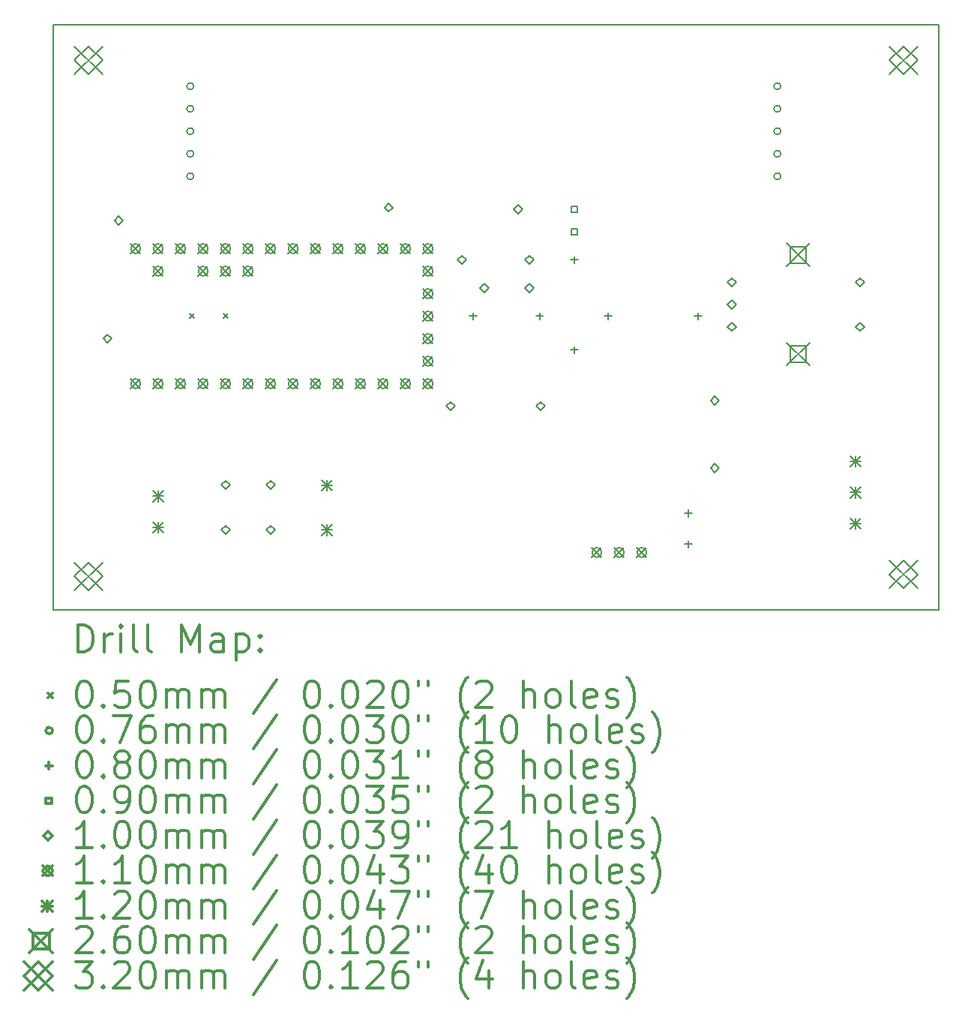
<source format=gbr>
%FSLAX45Y45*%
G04 Gerber Fmt 4.5, Leading zero omitted, Abs format (unit mm)*
G04 Created by KiCad (PCBNEW (5.1.7)-1) date 2020-10-06 18:46:49*
%MOMM*%
%LPD*%
G01*
G04 APERTURE LIST*
%TA.AperFunction,Profile*%
%ADD10C,0.150000*%
%TD*%
%ADD11C,0.200000*%
%ADD12C,0.300000*%
G04 APERTURE END LIST*
D10*
X5800000Y-13600000D02*
X5800000Y-7000000D01*
X15800000Y-13600000D02*
X5800000Y-13600000D01*
X15800000Y-7000000D02*
X15800000Y-13600000D01*
X5800000Y-7000000D02*
X15800000Y-7000000D01*
D11*
X7341000Y-10262000D02*
X7391000Y-10312000D01*
X7391000Y-10262000D02*
X7341000Y-10312000D01*
X7722000Y-10262000D02*
X7772000Y-10312000D01*
X7772000Y-10262000D02*
X7722000Y-10312000D01*
X7385300Y-7692000D02*
G75*
G03*
X7385300Y-7692000I-38100J0D01*
G01*
X7385300Y-7946000D02*
G75*
G03*
X7385300Y-7946000I-38100J0D01*
G01*
X7385300Y-8200000D02*
G75*
G03*
X7385300Y-8200000I-38100J0D01*
G01*
X7385300Y-8454000D02*
G75*
G03*
X7385300Y-8454000I-38100J0D01*
G01*
X7385300Y-8708000D02*
G75*
G03*
X7385300Y-8708000I-38100J0D01*
G01*
X14014700Y-7692000D02*
G75*
G03*
X14014700Y-7692000I-38100J0D01*
G01*
X14014700Y-7946000D02*
G75*
G03*
X14014700Y-7946000I-38100J0D01*
G01*
X14014700Y-8200000D02*
G75*
G03*
X14014700Y-8200000I-38100J0D01*
G01*
X14014700Y-8454000D02*
G75*
G03*
X14014700Y-8454000I-38100J0D01*
G01*
X14014700Y-8708000D02*
G75*
G03*
X14014700Y-8708000I-38100J0D01*
G01*
X10541000Y-10247000D02*
X10541000Y-10327000D01*
X10501000Y-10287000D02*
X10581000Y-10287000D01*
X11291000Y-10247000D02*
X11291000Y-10327000D01*
X11251000Y-10287000D02*
X11331000Y-10287000D01*
X12971500Y-12469500D02*
X12971500Y-12549500D01*
X12931500Y-12509500D02*
X13011500Y-12509500D01*
X12971500Y-12819500D02*
X12971500Y-12899500D01*
X12931500Y-12859500D02*
X13011500Y-12859500D01*
X11684000Y-9612000D02*
X11684000Y-9692000D01*
X11644000Y-9652000D02*
X11724000Y-9652000D01*
X11684000Y-10628000D02*
X11684000Y-10708000D01*
X11644000Y-10668000D02*
X11724000Y-10668000D01*
X12065000Y-10247000D02*
X12065000Y-10327000D01*
X12025000Y-10287000D02*
X12105000Y-10287000D01*
X13081000Y-10247000D02*
X13081000Y-10327000D01*
X13041000Y-10287000D02*
X13121000Y-10287000D01*
X11715820Y-9112320D02*
X11715820Y-9048680D01*
X11652180Y-9048680D01*
X11652180Y-9112320D01*
X11715820Y-9112320D01*
X11715820Y-9366320D02*
X11715820Y-9302680D01*
X11652180Y-9302680D01*
X11652180Y-9366320D01*
X11715820Y-9366320D01*
X6413500Y-10591000D02*
X6463500Y-10541000D01*
X6413500Y-10491000D01*
X6363500Y-10541000D01*
X6413500Y-10591000D01*
X6540500Y-9257500D02*
X6590500Y-9207500D01*
X6540500Y-9157500D01*
X6490500Y-9207500D01*
X6540500Y-9257500D01*
X9588500Y-9110000D02*
X9638500Y-9060000D01*
X9588500Y-9010000D01*
X9538500Y-9060000D01*
X9588500Y-9110000D01*
X10287000Y-11353000D02*
X10337000Y-11303000D01*
X10287000Y-11253000D01*
X10237000Y-11303000D01*
X10287000Y-11353000D01*
X10414001Y-9702000D02*
X10464001Y-9652000D01*
X10414001Y-9602000D01*
X10364001Y-9652000D01*
X10414001Y-9702000D01*
X10668000Y-10019500D02*
X10718000Y-9969500D01*
X10668000Y-9919500D01*
X10618000Y-9969500D01*
X10668000Y-10019500D01*
X11049000Y-9130500D02*
X11099000Y-9080500D01*
X11049000Y-9030500D01*
X10999000Y-9080500D01*
X11049000Y-9130500D01*
X11176000Y-9702000D02*
X11226000Y-9652000D01*
X11176000Y-9602000D01*
X11126000Y-9652000D01*
X11176000Y-9702000D01*
X11176000Y-10019500D02*
X11226000Y-9969500D01*
X11176000Y-9919500D01*
X11126000Y-9969500D01*
X11176000Y-10019500D01*
X11303000Y-11353000D02*
X11353000Y-11303000D01*
X11303000Y-11253000D01*
X11253000Y-11303000D01*
X11303000Y-11353000D01*
X13271500Y-11289500D02*
X13321500Y-11239500D01*
X13271500Y-11189500D01*
X13221500Y-11239500D01*
X13271500Y-11289500D01*
X13271500Y-12051500D02*
X13321500Y-12001500D01*
X13271500Y-11951500D01*
X13221500Y-12001500D01*
X13271500Y-12051500D01*
X7747000Y-12242000D02*
X7797000Y-12192000D01*
X7747000Y-12142000D01*
X7697000Y-12192000D01*
X7747000Y-12242000D01*
X7747000Y-12750000D02*
X7797000Y-12700000D01*
X7747000Y-12650000D01*
X7697000Y-12700000D01*
X7747000Y-12750000D01*
X8255000Y-12242000D02*
X8305000Y-12192000D01*
X8255000Y-12142000D01*
X8205000Y-12192000D01*
X8255000Y-12242000D01*
X8255000Y-12750000D02*
X8305000Y-12700000D01*
X8255000Y-12650000D01*
X8205000Y-12700000D01*
X8255000Y-12750000D01*
X13462000Y-9956000D02*
X13512000Y-9906000D01*
X13462000Y-9856000D01*
X13412000Y-9906000D01*
X13462000Y-9956000D01*
X13462000Y-10206000D02*
X13512000Y-10156000D01*
X13462000Y-10106000D01*
X13412000Y-10156000D01*
X13462000Y-10206000D01*
X13462000Y-10456000D02*
X13512000Y-10406000D01*
X13462000Y-10356000D01*
X13412000Y-10406000D01*
X13462000Y-10456000D01*
X14912000Y-9956000D02*
X14962000Y-9906000D01*
X14912000Y-9856000D01*
X14862000Y-9906000D01*
X14912000Y-9956000D01*
X14912000Y-10456000D02*
X14962000Y-10406000D01*
X14912000Y-10356000D01*
X14862000Y-10406000D01*
X14912000Y-10456000D01*
X6676000Y-9470000D02*
X6786000Y-9580000D01*
X6786000Y-9470000D02*
X6676000Y-9580000D01*
X6786000Y-9525000D02*
G75*
G03*
X6786000Y-9525000I-55000J0D01*
G01*
X6676000Y-10994000D02*
X6786000Y-11104000D01*
X6786000Y-10994000D02*
X6676000Y-11104000D01*
X6786000Y-11049000D02*
G75*
G03*
X6786000Y-11049000I-55000J0D01*
G01*
X6930000Y-9470000D02*
X7040000Y-9580000D01*
X7040000Y-9470000D02*
X6930000Y-9580000D01*
X7040000Y-9525000D02*
G75*
G03*
X7040000Y-9525000I-55000J0D01*
G01*
X6930000Y-9724000D02*
X7040000Y-9834000D01*
X7040000Y-9724000D02*
X6930000Y-9834000D01*
X7040000Y-9779000D02*
G75*
G03*
X7040000Y-9779000I-55000J0D01*
G01*
X6930000Y-10994000D02*
X7040000Y-11104000D01*
X7040000Y-10994000D02*
X6930000Y-11104000D01*
X7040000Y-11049000D02*
G75*
G03*
X7040000Y-11049000I-55000J0D01*
G01*
X7184000Y-9470000D02*
X7294000Y-9580000D01*
X7294000Y-9470000D02*
X7184000Y-9580000D01*
X7294000Y-9525000D02*
G75*
G03*
X7294000Y-9525000I-55000J0D01*
G01*
X7184000Y-10994000D02*
X7294000Y-11104000D01*
X7294000Y-10994000D02*
X7184000Y-11104000D01*
X7294000Y-11049000D02*
G75*
G03*
X7294000Y-11049000I-55000J0D01*
G01*
X7438000Y-9470000D02*
X7548000Y-9580000D01*
X7548000Y-9470000D02*
X7438000Y-9580000D01*
X7548000Y-9525000D02*
G75*
G03*
X7548000Y-9525000I-55000J0D01*
G01*
X7438000Y-9724000D02*
X7548000Y-9834000D01*
X7548000Y-9724000D02*
X7438000Y-9834000D01*
X7548000Y-9779000D02*
G75*
G03*
X7548000Y-9779000I-55000J0D01*
G01*
X7438000Y-10994000D02*
X7548000Y-11104000D01*
X7548000Y-10994000D02*
X7438000Y-11104000D01*
X7548000Y-11049000D02*
G75*
G03*
X7548000Y-11049000I-55000J0D01*
G01*
X7692000Y-9470000D02*
X7802000Y-9580000D01*
X7802000Y-9470000D02*
X7692000Y-9580000D01*
X7802000Y-9525000D02*
G75*
G03*
X7802000Y-9525000I-55000J0D01*
G01*
X7692000Y-9724000D02*
X7802000Y-9834000D01*
X7802000Y-9724000D02*
X7692000Y-9834000D01*
X7802000Y-9779000D02*
G75*
G03*
X7802000Y-9779000I-55000J0D01*
G01*
X7692000Y-10994000D02*
X7802000Y-11104000D01*
X7802000Y-10994000D02*
X7692000Y-11104000D01*
X7802000Y-11049000D02*
G75*
G03*
X7802000Y-11049000I-55000J0D01*
G01*
X7946000Y-9470000D02*
X8056000Y-9580000D01*
X8056000Y-9470000D02*
X7946000Y-9580000D01*
X8056000Y-9525000D02*
G75*
G03*
X8056000Y-9525000I-55000J0D01*
G01*
X7946000Y-9724000D02*
X8056000Y-9834000D01*
X8056000Y-9724000D02*
X7946000Y-9834000D01*
X8056000Y-9779000D02*
G75*
G03*
X8056000Y-9779000I-55000J0D01*
G01*
X7946000Y-10994000D02*
X8056000Y-11104000D01*
X8056000Y-10994000D02*
X7946000Y-11104000D01*
X8056000Y-11049000D02*
G75*
G03*
X8056000Y-11049000I-55000J0D01*
G01*
X8200000Y-9470000D02*
X8310000Y-9580000D01*
X8310000Y-9470000D02*
X8200000Y-9580000D01*
X8310000Y-9525000D02*
G75*
G03*
X8310000Y-9525000I-55000J0D01*
G01*
X8200000Y-10994000D02*
X8310000Y-11104000D01*
X8310000Y-10994000D02*
X8200000Y-11104000D01*
X8310000Y-11049000D02*
G75*
G03*
X8310000Y-11049000I-55000J0D01*
G01*
X8454000Y-9470000D02*
X8564000Y-9580000D01*
X8564000Y-9470000D02*
X8454000Y-9580000D01*
X8564000Y-9525000D02*
G75*
G03*
X8564000Y-9525000I-55000J0D01*
G01*
X8454000Y-10994000D02*
X8564000Y-11104000D01*
X8564000Y-10994000D02*
X8454000Y-11104000D01*
X8564000Y-11049000D02*
G75*
G03*
X8564000Y-11049000I-55000J0D01*
G01*
X8708000Y-9470000D02*
X8818000Y-9580000D01*
X8818000Y-9470000D02*
X8708000Y-9580000D01*
X8818000Y-9525000D02*
G75*
G03*
X8818000Y-9525000I-55000J0D01*
G01*
X8708000Y-10994000D02*
X8818000Y-11104000D01*
X8818000Y-10994000D02*
X8708000Y-11104000D01*
X8818000Y-11049000D02*
G75*
G03*
X8818000Y-11049000I-55000J0D01*
G01*
X8962000Y-9470000D02*
X9072000Y-9580000D01*
X9072000Y-9470000D02*
X8962000Y-9580000D01*
X9072000Y-9525000D02*
G75*
G03*
X9072000Y-9525000I-55000J0D01*
G01*
X8962000Y-10994000D02*
X9072000Y-11104000D01*
X9072000Y-10994000D02*
X8962000Y-11104000D01*
X9072000Y-11049000D02*
G75*
G03*
X9072000Y-11049000I-55000J0D01*
G01*
X9216000Y-9470000D02*
X9326000Y-9580000D01*
X9326000Y-9470000D02*
X9216000Y-9580000D01*
X9326000Y-9525000D02*
G75*
G03*
X9326000Y-9525000I-55000J0D01*
G01*
X9216000Y-10994000D02*
X9326000Y-11104000D01*
X9326000Y-10994000D02*
X9216000Y-11104000D01*
X9326000Y-11049000D02*
G75*
G03*
X9326000Y-11049000I-55000J0D01*
G01*
X9470000Y-9470000D02*
X9580000Y-9580000D01*
X9580000Y-9470000D02*
X9470000Y-9580000D01*
X9580000Y-9525000D02*
G75*
G03*
X9580000Y-9525000I-55000J0D01*
G01*
X9470000Y-10994000D02*
X9580000Y-11104000D01*
X9580000Y-10994000D02*
X9470000Y-11104000D01*
X9580000Y-11049000D02*
G75*
G03*
X9580000Y-11049000I-55000J0D01*
G01*
X9724000Y-9470000D02*
X9834000Y-9580000D01*
X9834000Y-9470000D02*
X9724000Y-9580000D01*
X9834000Y-9525000D02*
G75*
G03*
X9834000Y-9525000I-55000J0D01*
G01*
X9724000Y-10994000D02*
X9834000Y-11104000D01*
X9834000Y-10994000D02*
X9724000Y-11104000D01*
X9834000Y-11049000D02*
G75*
G03*
X9834000Y-11049000I-55000J0D01*
G01*
X9978000Y-9470000D02*
X10088000Y-9580000D01*
X10088000Y-9470000D02*
X9978000Y-9580000D01*
X10088000Y-9525000D02*
G75*
G03*
X10088000Y-9525000I-55000J0D01*
G01*
X9978000Y-9724000D02*
X10088000Y-9834000D01*
X10088000Y-9724000D02*
X9978000Y-9834000D01*
X10088000Y-9779000D02*
G75*
G03*
X10088000Y-9779000I-55000J0D01*
G01*
X9978000Y-9978000D02*
X10088000Y-10088000D01*
X10088000Y-9978000D02*
X9978000Y-10088000D01*
X10088000Y-10033000D02*
G75*
G03*
X10088000Y-10033000I-55000J0D01*
G01*
X9978000Y-10232000D02*
X10088000Y-10342000D01*
X10088000Y-10232000D02*
X9978000Y-10342000D01*
X10088000Y-10287000D02*
G75*
G03*
X10088000Y-10287000I-55000J0D01*
G01*
X9978000Y-10486000D02*
X10088000Y-10596000D01*
X10088000Y-10486000D02*
X9978000Y-10596000D01*
X10088000Y-10541000D02*
G75*
G03*
X10088000Y-10541000I-55000J0D01*
G01*
X9978000Y-10740000D02*
X10088000Y-10850000D01*
X10088000Y-10740000D02*
X9978000Y-10850000D01*
X10088000Y-10795000D02*
G75*
G03*
X10088000Y-10795000I-55000J0D01*
G01*
X9978000Y-10994000D02*
X10088000Y-11104000D01*
X10088000Y-10994000D02*
X9978000Y-11104000D01*
X10088000Y-11049000D02*
G75*
G03*
X10088000Y-11049000I-55000J0D01*
G01*
X11883000Y-12899000D02*
X11993000Y-13009000D01*
X11993000Y-12899000D02*
X11883000Y-13009000D01*
X11993000Y-12954000D02*
G75*
G03*
X11993000Y-12954000I-55000J0D01*
G01*
X12137000Y-12899000D02*
X12247000Y-13009000D01*
X12247000Y-12899000D02*
X12137000Y-13009000D01*
X12247000Y-12954000D02*
G75*
G03*
X12247000Y-12954000I-55000J0D01*
G01*
X12391000Y-12899000D02*
X12501000Y-13009000D01*
X12501000Y-12899000D02*
X12391000Y-13009000D01*
X12501000Y-12954000D02*
G75*
G03*
X12501000Y-12954000I-55000J0D01*
G01*
X14799000Y-11867000D02*
X14919000Y-11987000D01*
X14919000Y-11867000D02*
X14799000Y-11987000D01*
X14859000Y-11867000D02*
X14859000Y-11987000D01*
X14799000Y-11927000D02*
X14919000Y-11927000D01*
X14799000Y-12217000D02*
X14919000Y-12337000D01*
X14919000Y-12217000D02*
X14799000Y-12337000D01*
X14859000Y-12217000D02*
X14859000Y-12337000D01*
X14799000Y-12277000D02*
X14919000Y-12277000D01*
X14799000Y-12567000D02*
X14919000Y-12687000D01*
X14919000Y-12567000D02*
X14799000Y-12687000D01*
X14859000Y-12567000D02*
X14859000Y-12687000D01*
X14799000Y-12627000D02*
X14919000Y-12627000D01*
X8830000Y-12140000D02*
X8950000Y-12260000D01*
X8950000Y-12140000D02*
X8830000Y-12260000D01*
X8890000Y-12140000D02*
X8890000Y-12260000D01*
X8830000Y-12200000D02*
X8950000Y-12200000D01*
X8830000Y-12640000D02*
X8950000Y-12760000D01*
X8950000Y-12640000D02*
X8830000Y-12760000D01*
X8890000Y-12640000D02*
X8890000Y-12760000D01*
X8830000Y-12700000D02*
X8950000Y-12700000D01*
X6925000Y-12259000D02*
X7045000Y-12379000D01*
X7045000Y-12259000D02*
X6925000Y-12379000D01*
X6985000Y-12259000D02*
X6985000Y-12379000D01*
X6925000Y-12319000D02*
X7045000Y-12319000D01*
X6925000Y-12609000D02*
X7045000Y-12729000D01*
X7045000Y-12609000D02*
X6925000Y-12729000D01*
X6985000Y-12609000D02*
X6985000Y-12729000D01*
X6925000Y-12669000D02*
X7045000Y-12669000D01*
X14082000Y-9466000D02*
X14342000Y-9726000D01*
X14342000Y-9466000D02*
X14082000Y-9726000D01*
X14303925Y-9687925D02*
X14303925Y-9504075D01*
X14120075Y-9504075D01*
X14120075Y-9687925D01*
X14303925Y-9687925D01*
X14082000Y-10586000D02*
X14342000Y-10846000D01*
X14342000Y-10586000D02*
X14082000Y-10846000D01*
X14303925Y-10807925D02*
X14303925Y-10624075D01*
X14120075Y-10624075D01*
X14120075Y-10807925D01*
X14303925Y-10807925D01*
X15240000Y-7240000D02*
X15560000Y-7560000D01*
X15560000Y-7240000D02*
X15240000Y-7560000D01*
X15400000Y-7560000D02*
X15560000Y-7400000D01*
X15400000Y-7240000D01*
X15240000Y-7400000D01*
X15400000Y-7560000D01*
X15240000Y-13040000D02*
X15560000Y-13360000D01*
X15560000Y-13040000D02*
X15240000Y-13360000D01*
X15400000Y-13360000D02*
X15560000Y-13200000D01*
X15400000Y-13040000D01*
X15240000Y-13200000D01*
X15400000Y-13360000D01*
X6040000Y-13065000D02*
X6360000Y-13385000D01*
X6360000Y-13065000D02*
X6040000Y-13385000D01*
X6200000Y-13385000D02*
X6360000Y-13225000D01*
X6200000Y-13065000D01*
X6040000Y-13225000D01*
X6200000Y-13385000D01*
X6040000Y-7240000D02*
X6360000Y-7560000D01*
X6360000Y-7240000D02*
X6040000Y-7560000D01*
X6200000Y-7560000D02*
X6360000Y-7400000D01*
X6200000Y-7240000D01*
X6040000Y-7400000D01*
X6200000Y-7560000D01*
D12*
X6078928Y-14073214D02*
X6078928Y-13773214D01*
X6150357Y-13773214D01*
X6193214Y-13787500D01*
X6221786Y-13816071D01*
X6236071Y-13844643D01*
X6250357Y-13901786D01*
X6250357Y-13944643D01*
X6236071Y-14001786D01*
X6221786Y-14030357D01*
X6193214Y-14058929D01*
X6150357Y-14073214D01*
X6078928Y-14073214D01*
X6378928Y-14073214D02*
X6378928Y-13873214D01*
X6378928Y-13930357D02*
X6393214Y-13901786D01*
X6407500Y-13887500D01*
X6436071Y-13873214D01*
X6464643Y-13873214D01*
X6564643Y-14073214D02*
X6564643Y-13873214D01*
X6564643Y-13773214D02*
X6550357Y-13787500D01*
X6564643Y-13801786D01*
X6578928Y-13787500D01*
X6564643Y-13773214D01*
X6564643Y-13801786D01*
X6750357Y-14073214D02*
X6721786Y-14058929D01*
X6707500Y-14030357D01*
X6707500Y-13773214D01*
X6907500Y-14073214D02*
X6878928Y-14058929D01*
X6864643Y-14030357D01*
X6864643Y-13773214D01*
X7250357Y-14073214D02*
X7250357Y-13773214D01*
X7350357Y-13987500D01*
X7450357Y-13773214D01*
X7450357Y-14073214D01*
X7721786Y-14073214D02*
X7721786Y-13916071D01*
X7707500Y-13887500D01*
X7678928Y-13873214D01*
X7621786Y-13873214D01*
X7593214Y-13887500D01*
X7721786Y-14058929D02*
X7693214Y-14073214D01*
X7621786Y-14073214D01*
X7593214Y-14058929D01*
X7578928Y-14030357D01*
X7578928Y-14001786D01*
X7593214Y-13973214D01*
X7621786Y-13958929D01*
X7693214Y-13958929D01*
X7721786Y-13944643D01*
X7864643Y-13873214D02*
X7864643Y-14173214D01*
X7864643Y-13887500D02*
X7893214Y-13873214D01*
X7950357Y-13873214D01*
X7978928Y-13887500D01*
X7993214Y-13901786D01*
X8007500Y-13930357D01*
X8007500Y-14016071D01*
X7993214Y-14044643D01*
X7978928Y-14058929D01*
X7950357Y-14073214D01*
X7893214Y-14073214D01*
X7864643Y-14058929D01*
X8136071Y-14044643D02*
X8150357Y-14058929D01*
X8136071Y-14073214D01*
X8121786Y-14058929D01*
X8136071Y-14044643D01*
X8136071Y-14073214D01*
X8136071Y-13887500D02*
X8150357Y-13901786D01*
X8136071Y-13916071D01*
X8121786Y-13901786D01*
X8136071Y-13887500D01*
X8136071Y-13916071D01*
X5742500Y-14542500D02*
X5792500Y-14592500D01*
X5792500Y-14542500D02*
X5742500Y-14592500D01*
X6136071Y-14403214D02*
X6164643Y-14403214D01*
X6193214Y-14417500D01*
X6207500Y-14431786D01*
X6221786Y-14460357D01*
X6236071Y-14517500D01*
X6236071Y-14588929D01*
X6221786Y-14646071D01*
X6207500Y-14674643D01*
X6193214Y-14688929D01*
X6164643Y-14703214D01*
X6136071Y-14703214D01*
X6107500Y-14688929D01*
X6093214Y-14674643D01*
X6078928Y-14646071D01*
X6064643Y-14588929D01*
X6064643Y-14517500D01*
X6078928Y-14460357D01*
X6093214Y-14431786D01*
X6107500Y-14417500D01*
X6136071Y-14403214D01*
X6364643Y-14674643D02*
X6378928Y-14688929D01*
X6364643Y-14703214D01*
X6350357Y-14688929D01*
X6364643Y-14674643D01*
X6364643Y-14703214D01*
X6650357Y-14403214D02*
X6507500Y-14403214D01*
X6493214Y-14546071D01*
X6507500Y-14531786D01*
X6536071Y-14517500D01*
X6607500Y-14517500D01*
X6636071Y-14531786D01*
X6650357Y-14546071D01*
X6664643Y-14574643D01*
X6664643Y-14646071D01*
X6650357Y-14674643D01*
X6636071Y-14688929D01*
X6607500Y-14703214D01*
X6536071Y-14703214D01*
X6507500Y-14688929D01*
X6493214Y-14674643D01*
X6850357Y-14403214D02*
X6878928Y-14403214D01*
X6907500Y-14417500D01*
X6921786Y-14431786D01*
X6936071Y-14460357D01*
X6950357Y-14517500D01*
X6950357Y-14588929D01*
X6936071Y-14646071D01*
X6921786Y-14674643D01*
X6907500Y-14688929D01*
X6878928Y-14703214D01*
X6850357Y-14703214D01*
X6821786Y-14688929D01*
X6807500Y-14674643D01*
X6793214Y-14646071D01*
X6778928Y-14588929D01*
X6778928Y-14517500D01*
X6793214Y-14460357D01*
X6807500Y-14431786D01*
X6821786Y-14417500D01*
X6850357Y-14403214D01*
X7078928Y-14703214D02*
X7078928Y-14503214D01*
X7078928Y-14531786D02*
X7093214Y-14517500D01*
X7121786Y-14503214D01*
X7164643Y-14503214D01*
X7193214Y-14517500D01*
X7207500Y-14546071D01*
X7207500Y-14703214D01*
X7207500Y-14546071D02*
X7221786Y-14517500D01*
X7250357Y-14503214D01*
X7293214Y-14503214D01*
X7321786Y-14517500D01*
X7336071Y-14546071D01*
X7336071Y-14703214D01*
X7478928Y-14703214D02*
X7478928Y-14503214D01*
X7478928Y-14531786D02*
X7493214Y-14517500D01*
X7521786Y-14503214D01*
X7564643Y-14503214D01*
X7593214Y-14517500D01*
X7607500Y-14546071D01*
X7607500Y-14703214D01*
X7607500Y-14546071D02*
X7621786Y-14517500D01*
X7650357Y-14503214D01*
X7693214Y-14503214D01*
X7721786Y-14517500D01*
X7736071Y-14546071D01*
X7736071Y-14703214D01*
X8321786Y-14388929D02*
X8064643Y-14774643D01*
X8707500Y-14403214D02*
X8736071Y-14403214D01*
X8764643Y-14417500D01*
X8778928Y-14431786D01*
X8793214Y-14460357D01*
X8807500Y-14517500D01*
X8807500Y-14588929D01*
X8793214Y-14646071D01*
X8778928Y-14674643D01*
X8764643Y-14688929D01*
X8736071Y-14703214D01*
X8707500Y-14703214D01*
X8678928Y-14688929D01*
X8664643Y-14674643D01*
X8650357Y-14646071D01*
X8636071Y-14588929D01*
X8636071Y-14517500D01*
X8650357Y-14460357D01*
X8664643Y-14431786D01*
X8678928Y-14417500D01*
X8707500Y-14403214D01*
X8936071Y-14674643D02*
X8950357Y-14688929D01*
X8936071Y-14703214D01*
X8921786Y-14688929D01*
X8936071Y-14674643D01*
X8936071Y-14703214D01*
X9136071Y-14403214D02*
X9164643Y-14403214D01*
X9193214Y-14417500D01*
X9207500Y-14431786D01*
X9221786Y-14460357D01*
X9236071Y-14517500D01*
X9236071Y-14588929D01*
X9221786Y-14646071D01*
X9207500Y-14674643D01*
X9193214Y-14688929D01*
X9164643Y-14703214D01*
X9136071Y-14703214D01*
X9107500Y-14688929D01*
X9093214Y-14674643D01*
X9078928Y-14646071D01*
X9064643Y-14588929D01*
X9064643Y-14517500D01*
X9078928Y-14460357D01*
X9093214Y-14431786D01*
X9107500Y-14417500D01*
X9136071Y-14403214D01*
X9350357Y-14431786D02*
X9364643Y-14417500D01*
X9393214Y-14403214D01*
X9464643Y-14403214D01*
X9493214Y-14417500D01*
X9507500Y-14431786D01*
X9521786Y-14460357D01*
X9521786Y-14488929D01*
X9507500Y-14531786D01*
X9336071Y-14703214D01*
X9521786Y-14703214D01*
X9707500Y-14403214D02*
X9736071Y-14403214D01*
X9764643Y-14417500D01*
X9778928Y-14431786D01*
X9793214Y-14460357D01*
X9807500Y-14517500D01*
X9807500Y-14588929D01*
X9793214Y-14646071D01*
X9778928Y-14674643D01*
X9764643Y-14688929D01*
X9736071Y-14703214D01*
X9707500Y-14703214D01*
X9678928Y-14688929D01*
X9664643Y-14674643D01*
X9650357Y-14646071D01*
X9636071Y-14588929D01*
X9636071Y-14517500D01*
X9650357Y-14460357D01*
X9664643Y-14431786D01*
X9678928Y-14417500D01*
X9707500Y-14403214D01*
X9921786Y-14403214D02*
X9921786Y-14460357D01*
X10036071Y-14403214D02*
X10036071Y-14460357D01*
X10478928Y-14817500D02*
X10464643Y-14803214D01*
X10436071Y-14760357D01*
X10421786Y-14731786D01*
X10407500Y-14688929D01*
X10393214Y-14617500D01*
X10393214Y-14560357D01*
X10407500Y-14488929D01*
X10421786Y-14446071D01*
X10436071Y-14417500D01*
X10464643Y-14374643D01*
X10478928Y-14360357D01*
X10578928Y-14431786D02*
X10593214Y-14417500D01*
X10621786Y-14403214D01*
X10693214Y-14403214D01*
X10721786Y-14417500D01*
X10736071Y-14431786D01*
X10750357Y-14460357D01*
X10750357Y-14488929D01*
X10736071Y-14531786D01*
X10564643Y-14703214D01*
X10750357Y-14703214D01*
X11107500Y-14703214D02*
X11107500Y-14403214D01*
X11236071Y-14703214D02*
X11236071Y-14546071D01*
X11221786Y-14517500D01*
X11193214Y-14503214D01*
X11150357Y-14503214D01*
X11121786Y-14517500D01*
X11107500Y-14531786D01*
X11421786Y-14703214D02*
X11393214Y-14688929D01*
X11378928Y-14674643D01*
X11364643Y-14646071D01*
X11364643Y-14560357D01*
X11378928Y-14531786D01*
X11393214Y-14517500D01*
X11421786Y-14503214D01*
X11464643Y-14503214D01*
X11493214Y-14517500D01*
X11507500Y-14531786D01*
X11521786Y-14560357D01*
X11521786Y-14646071D01*
X11507500Y-14674643D01*
X11493214Y-14688929D01*
X11464643Y-14703214D01*
X11421786Y-14703214D01*
X11693214Y-14703214D02*
X11664643Y-14688929D01*
X11650357Y-14660357D01*
X11650357Y-14403214D01*
X11921786Y-14688929D02*
X11893214Y-14703214D01*
X11836071Y-14703214D01*
X11807500Y-14688929D01*
X11793214Y-14660357D01*
X11793214Y-14546071D01*
X11807500Y-14517500D01*
X11836071Y-14503214D01*
X11893214Y-14503214D01*
X11921786Y-14517500D01*
X11936071Y-14546071D01*
X11936071Y-14574643D01*
X11793214Y-14603214D01*
X12050357Y-14688929D02*
X12078928Y-14703214D01*
X12136071Y-14703214D01*
X12164643Y-14688929D01*
X12178928Y-14660357D01*
X12178928Y-14646071D01*
X12164643Y-14617500D01*
X12136071Y-14603214D01*
X12093214Y-14603214D01*
X12064643Y-14588929D01*
X12050357Y-14560357D01*
X12050357Y-14546071D01*
X12064643Y-14517500D01*
X12093214Y-14503214D01*
X12136071Y-14503214D01*
X12164643Y-14517500D01*
X12278928Y-14817500D02*
X12293214Y-14803214D01*
X12321786Y-14760357D01*
X12336071Y-14731786D01*
X12350357Y-14688929D01*
X12364643Y-14617500D01*
X12364643Y-14560357D01*
X12350357Y-14488929D01*
X12336071Y-14446071D01*
X12321786Y-14417500D01*
X12293214Y-14374643D01*
X12278928Y-14360357D01*
X5792500Y-14963500D02*
G75*
G03*
X5792500Y-14963500I-38100J0D01*
G01*
X6136071Y-14799214D02*
X6164643Y-14799214D01*
X6193214Y-14813500D01*
X6207500Y-14827786D01*
X6221786Y-14856357D01*
X6236071Y-14913500D01*
X6236071Y-14984929D01*
X6221786Y-15042071D01*
X6207500Y-15070643D01*
X6193214Y-15084929D01*
X6164643Y-15099214D01*
X6136071Y-15099214D01*
X6107500Y-15084929D01*
X6093214Y-15070643D01*
X6078928Y-15042071D01*
X6064643Y-14984929D01*
X6064643Y-14913500D01*
X6078928Y-14856357D01*
X6093214Y-14827786D01*
X6107500Y-14813500D01*
X6136071Y-14799214D01*
X6364643Y-15070643D02*
X6378928Y-15084929D01*
X6364643Y-15099214D01*
X6350357Y-15084929D01*
X6364643Y-15070643D01*
X6364643Y-15099214D01*
X6478928Y-14799214D02*
X6678928Y-14799214D01*
X6550357Y-15099214D01*
X6921786Y-14799214D02*
X6864643Y-14799214D01*
X6836071Y-14813500D01*
X6821786Y-14827786D01*
X6793214Y-14870643D01*
X6778928Y-14927786D01*
X6778928Y-15042071D01*
X6793214Y-15070643D01*
X6807500Y-15084929D01*
X6836071Y-15099214D01*
X6893214Y-15099214D01*
X6921786Y-15084929D01*
X6936071Y-15070643D01*
X6950357Y-15042071D01*
X6950357Y-14970643D01*
X6936071Y-14942071D01*
X6921786Y-14927786D01*
X6893214Y-14913500D01*
X6836071Y-14913500D01*
X6807500Y-14927786D01*
X6793214Y-14942071D01*
X6778928Y-14970643D01*
X7078928Y-15099214D02*
X7078928Y-14899214D01*
X7078928Y-14927786D02*
X7093214Y-14913500D01*
X7121786Y-14899214D01*
X7164643Y-14899214D01*
X7193214Y-14913500D01*
X7207500Y-14942071D01*
X7207500Y-15099214D01*
X7207500Y-14942071D02*
X7221786Y-14913500D01*
X7250357Y-14899214D01*
X7293214Y-14899214D01*
X7321786Y-14913500D01*
X7336071Y-14942071D01*
X7336071Y-15099214D01*
X7478928Y-15099214D02*
X7478928Y-14899214D01*
X7478928Y-14927786D02*
X7493214Y-14913500D01*
X7521786Y-14899214D01*
X7564643Y-14899214D01*
X7593214Y-14913500D01*
X7607500Y-14942071D01*
X7607500Y-15099214D01*
X7607500Y-14942071D02*
X7621786Y-14913500D01*
X7650357Y-14899214D01*
X7693214Y-14899214D01*
X7721786Y-14913500D01*
X7736071Y-14942071D01*
X7736071Y-15099214D01*
X8321786Y-14784929D02*
X8064643Y-15170643D01*
X8707500Y-14799214D02*
X8736071Y-14799214D01*
X8764643Y-14813500D01*
X8778928Y-14827786D01*
X8793214Y-14856357D01*
X8807500Y-14913500D01*
X8807500Y-14984929D01*
X8793214Y-15042071D01*
X8778928Y-15070643D01*
X8764643Y-15084929D01*
X8736071Y-15099214D01*
X8707500Y-15099214D01*
X8678928Y-15084929D01*
X8664643Y-15070643D01*
X8650357Y-15042071D01*
X8636071Y-14984929D01*
X8636071Y-14913500D01*
X8650357Y-14856357D01*
X8664643Y-14827786D01*
X8678928Y-14813500D01*
X8707500Y-14799214D01*
X8936071Y-15070643D02*
X8950357Y-15084929D01*
X8936071Y-15099214D01*
X8921786Y-15084929D01*
X8936071Y-15070643D01*
X8936071Y-15099214D01*
X9136071Y-14799214D02*
X9164643Y-14799214D01*
X9193214Y-14813500D01*
X9207500Y-14827786D01*
X9221786Y-14856357D01*
X9236071Y-14913500D01*
X9236071Y-14984929D01*
X9221786Y-15042071D01*
X9207500Y-15070643D01*
X9193214Y-15084929D01*
X9164643Y-15099214D01*
X9136071Y-15099214D01*
X9107500Y-15084929D01*
X9093214Y-15070643D01*
X9078928Y-15042071D01*
X9064643Y-14984929D01*
X9064643Y-14913500D01*
X9078928Y-14856357D01*
X9093214Y-14827786D01*
X9107500Y-14813500D01*
X9136071Y-14799214D01*
X9336071Y-14799214D02*
X9521786Y-14799214D01*
X9421786Y-14913500D01*
X9464643Y-14913500D01*
X9493214Y-14927786D01*
X9507500Y-14942071D01*
X9521786Y-14970643D01*
X9521786Y-15042071D01*
X9507500Y-15070643D01*
X9493214Y-15084929D01*
X9464643Y-15099214D01*
X9378928Y-15099214D01*
X9350357Y-15084929D01*
X9336071Y-15070643D01*
X9707500Y-14799214D02*
X9736071Y-14799214D01*
X9764643Y-14813500D01*
X9778928Y-14827786D01*
X9793214Y-14856357D01*
X9807500Y-14913500D01*
X9807500Y-14984929D01*
X9793214Y-15042071D01*
X9778928Y-15070643D01*
X9764643Y-15084929D01*
X9736071Y-15099214D01*
X9707500Y-15099214D01*
X9678928Y-15084929D01*
X9664643Y-15070643D01*
X9650357Y-15042071D01*
X9636071Y-14984929D01*
X9636071Y-14913500D01*
X9650357Y-14856357D01*
X9664643Y-14827786D01*
X9678928Y-14813500D01*
X9707500Y-14799214D01*
X9921786Y-14799214D02*
X9921786Y-14856357D01*
X10036071Y-14799214D02*
X10036071Y-14856357D01*
X10478928Y-15213500D02*
X10464643Y-15199214D01*
X10436071Y-15156357D01*
X10421786Y-15127786D01*
X10407500Y-15084929D01*
X10393214Y-15013500D01*
X10393214Y-14956357D01*
X10407500Y-14884929D01*
X10421786Y-14842071D01*
X10436071Y-14813500D01*
X10464643Y-14770643D01*
X10478928Y-14756357D01*
X10750357Y-15099214D02*
X10578928Y-15099214D01*
X10664643Y-15099214D02*
X10664643Y-14799214D01*
X10636071Y-14842071D01*
X10607500Y-14870643D01*
X10578928Y-14884929D01*
X10936071Y-14799214D02*
X10964643Y-14799214D01*
X10993214Y-14813500D01*
X11007500Y-14827786D01*
X11021786Y-14856357D01*
X11036071Y-14913500D01*
X11036071Y-14984929D01*
X11021786Y-15042071D01*
X11007500Y-15070643D01*
X10993214Y-15084929D01*
X10964643Y-15099214D01*
X10936071Y-15099214D01*
X10907500Y-15084929D01*
X10893214Y-15070643D01*
X10878928Y-15042071D01*
X10864643Y-14984929D01*
X10864643Y-14913500D01*
X10878928Y-14856357D01*
X10893214Y-14827786D01*
X10907500Y-14813500D01*
X10936071Y-14799214D01*
X11393214Y-15099214D02*
X11393214Y-14799214D01*
X11521786Y-15099214D02*
X11521786Y-14942071D01*
X11507500Y-14913500D01*
X11478928Y-14899214D01*
X11436071Y-14899214D01*
X11407500Y-14913500D01*
X11393214Y-14927786D01*
X11707500Y-15099214D02*
X11678928Y-15084929D01*
X11664643Y-15070643D01*
X11650357Y-15042071D01*
X11650357Y-14956357D01*
X11664643Y-14927786D01*
X11678928Y-14913500D01*
X11707500Y-14899214D01*
X11750357Y-14899214D01*
X11778928Y-14913500D01*
X11793214Y-14927786D01*
X11807500Y-14956357D01*
X11807500Y-15042071D01*
X11793214Y-15070643D01*
X11778928Y-15084929D01*
X11750357Y-15099214D01*
X11707500Y-15099214D01*
X11978928Y-15099214D02*
X11950357Y-15084929D01*
X11936071Y-15056357D01*
X11936071Y-14799214D01*
X12207500Y-15084929D02*
X12178928Y-15099214D01*
X12121786Y-15099214D01*
X12093214Y-15084929D01*
X12078928Y-15056357D01*
X12078928Y-14942071D01*
X12093214Y-14913500D01*
X12121786Y-14899214D01*
X12178928Y-14899214D01*
X12207500Y-14913500D01*
X12221786Y-14942071D01*
X12221786Y-14970643D01*
X12078928Y-14999214D01*
X12336071Y-15084929D02*
X12364643Y-15099214D01*
X12421786Y-15099214D01*
X12450357Y-15084929D01*
X12464643Y-15056357D01*
X12464643Y-15042071D01*
X12450357Y-15013500D01*
X12421786Y-14999214D01*
X12378928Y-14999214D01*
X12350357Y-14984929D01*
X12336071Y-14956357D01*
X12336071Y-14942071D01*
X12350357Y-14913500D01*
X12378928Y-14899214D01*
X12421786Y-14899214D01*
X12450357Y-14913500D01*
X12564643Y-15213500D02*
X12578928Y-15199214D01*
X12607500Y-15156357D01*
X12621786Y-15127786D01*
X12636071Y-15084929D01*
X12650357Y-15013500D01*
X12650357Y-14956357D01*
X12636071Y-14884929D01*
X12621786Y-14842071D01*
X12607500Y-14813500D01*
X12578928Y-14770643D01*
X12564643Y-14756357D01*
X5752500Y-15319500D02*
X5752500Y-15399500D01*
X5712500Y-15359500D02*
X5792500Y-15359500D01*
X6136071Y-15195214D02*
X6164643Y-15195214D01*
X6193214Y-15209500D01*
X6207500Y-15223786D01*
X6221786Y-15252357D01*
X6236071Y-15309500D01*
X6236071Y-15380929D01*
X6221786Y-15438071D01*
X6207500Y-15466643D01*
X6193214Y-15480929D01*
X6164643Y-15495214D01*
X6136071Y-15495214D01*
X6107500Y-15480929D01*
X6093214Y-15466643D01*
X6078928Y-15438071D01*
X6064643Y-15380929D01*
X6064643Y-15309500D01*
X6078928Y-15252357D01*
X6093214Y-15223786D01*
X6107500Y-15209500D01*
X6136071Y-15195214D01*
X6364643Y-15466643D02*
X6378928Y-15480929D01*
X6364643Y-15495214D01*
X6350357Y-15480929D01*
X6364643Y-15466643D01*
X6364643Y-15495214D01*
X6550357Y-15323786D02*
X6521786Y-15309500D01*
X6507500Y-15295214D01*
X6493214Y-15266643D01*
X6493214Y-15252357D01*
X6507500Y-15223786D01*
X6521786Y-15209500D01*
X6550357Y-15195214D01*
X6607500Y-15195214D01*
X6636071Y-15209500D01*
X6650357Y-15223786D01*
X6664643Y-15252357D01*
X6664643Y-15266643D01*
X6650357Y-15295214D01*
X6636071Y-15309500D01*
X6607500Y-15323786D01*
X6550357Y-15323786D01*
X6521786Y-15338071D01*
X6507500Y-15352357D01*
X6493214Y-15380929D01*
X6493214Y-15438071D01*
X6507500Y-15466643D01*
X6521786Y-15480929D01*
X6550357Y-15495214D01*
X6607500Y-15495214D01*
X6636071Y-15480929D01*
X6650357Y-15466643D01*
X6664643Y-15438071D01*
X6664643Y-15380929D01*
X6650357Y-15352357D01*
X6636071Y-15338071D01*
X6607500Y-15323786D01*
X6850357Y-15195214D02*
X6878928Y-15195214D01*
X6907500Y-15209500D01*
X6921786Y-15223786D01*
X6936071Y-15252357D01*
X6950357Y-15309500D01*
X6950357Y-15380929D01*
X6936071Y-15438071D01*
X6921786Y-15466643D01*
X6907500Y-15480929D01*
X6878928Y-15495214D01*
X6850357Y-15495214D01*
X6821786Y-15480929D01*
X6807500Y-15466643D01*
X6793214Y-15438071D01*
X6778928Y-15380929D01*
X6778928Y-15309500D01*
X6793214Y-15252357D01*
X6807500Y-15223786D01*
X6821786Y-15209500D01*
X6850357Y-15195214D01*
X7078928Y-15495214D02*
X7078928Y-15295214D01*
X7078928Y-15323786D02*
X7093214Y-15309500D01*
X7121786Y-15295214D01*
X7164643Y-15295214D01*
X7193214Y-15309500D01*
X7207500Y-15338071D01*
X7207500Y-15495214D01*
X7207500Y-15338071D02*
X7221786Y-15309500D01*
X7250357Y-15295214D01*
X7293214Y-15295214D01*
X7321786Y-15309500D01*
X7336071Y-15338071D01*
X7336071Y-15495214D01*
X7478928Y-15495214D02*
X7478928Y-15295214D01*
X7478928Y-15323786D02*
X7493214Y-15309500D01*
X7521786Y-15295214D01*
X7564643Y-15295214D01*
X7593214Y-15309500D01*
X7607500Y-15338071D01*
X7607500Y-15495214D01*
X7607500Y-15338071D02*
X7621786Y-15309500D01*
X7650357Y-15295214D01*
X7693214Y-15295214D01*
X7721786Y-15309500D01*
X7736071Y-15338071D01*
X7736071Y-15495214D01*
X8321786Y-15180929D02*
X8064643Y-15566643D01*
X8707500Y-15195214D02*
X8736071Y-15195214D01*
X8764643Y-15209500D01*
X8778928Y-15223786D01*
X8793214Y-15252357D01*
X8807500Y-15309500D01*
X8807500Y-15380929D01*
X8793214Y-15438071D01*
X8778928Y-15466643D01*
X8764643Y-15480929D01*
X8736071Y-15495214D01*
X8707500Y-15495214D01*
X8678928Y-15480929D01*
X8664643Y-15466643D01*
X8650357Y-15438071D01*
X8636071Y-15380929D01*
X8636071Y-15309500D01*
X8650357Y-15252357D01*
X8664643Y-15223786D01*
X8678928Y-15209500D01*
X8707500Y-15195214D01*
X8936071Y-15466643D02*
X8950357Y-15480929D01*
X8936071Y-15495214D01*
X8921786Y-15480929D01*
X8936071Y-15466643D01*
X8936071Y-15495214D01*
X9136071Y-15195214D02*
X9164643Y-15195214D01*
X9193214Y-15209500D01*
X9207500Y-15223786D01*
X9221786Y-15252357D01*
X9236071Y-15309500D01*
X9236071Y-15380929D01*
X9221786Y-15438071D01*
X9207500Y-15466643D01*
X9193214Y-15480929D01*
X9164643Y-15495214D01*
X9136071Y-15495214D01*
X9107500Y-15480929D01*
X9093214Y-15466643D01*
X9078928Y-15438071D01*
X9064643Y-15380929D01*
X9064643Y-15309500D01*
X9078928Y-15252357D01*
X9093214Y-15223786D01*
X9107500Y-15209500D01*
X9136071Y-15195214D01*
X9336071Y-15195214D02*
X9521786Y-15195214D01*
X9421786Y-15309500D01*
X9464643Y-15309500D01*
X9493214Y-15323786D01*
X9507500Y-15338071D01*
X9521786Y-15366643D01*
X9521786Y-15438071D01*
X9507500Y-15466643D01*
X9493214Y-15480929D01*
X9464643Y-15495214D01*
X9378928Y-15495214D01*
X9350357Y-15480929D01*
X9336071Y-15466643D01*
X9807500Y-15495214D02*
X9636071Y-15495214D01*
X9721786Y-15495214D02*
X9721786Y-15195214D01*
X9693214Y-15238071D01*
X9664643Y-15266643D01*
X9636071Y-15280929D01*
X9921786Y-15195214D02*
X9921786Y-15252357D01*
X10036071Y-15195214D02*
X10036071Y-15252357D01*
X10478928Y-15609500D02*
X10464643Y-15595214D01*
X10436071Y-15552357D01*
X10421786Y-15523786D01*
X10407500Y-15480929D01*
X10393214Y-15409500D01*
X10393214Y-15352357D01*
X10407500Y-15280929D01*
X10421786Y-15238071D01*
X10436071Y-15209500D01*
X10464643Y-15166643D01*
X10478928Y-15152357D01*
X10636071Y-15323786D02*
X10607500Y-15309500D01*
X10593214Y-15295214D01*
X10578928Y-15266643D01*
X10578928Y-15252357D01*
X10593214Y-15223786D01*
X10607500Y-15209500D01*
X10636071Y-15195214D01*
X10693214Y-15195214D01*
X10721786Y-15209500D01*
X10736071Y-15223786D01*
X10750357Y-15252357D01*
X10750357Y-15266643D01*
X10736071Y-15295214D01*
X10721786Y-15309500D01*
X10693214Y-15323786D01*
X10636071Y-15323786D01*
X10607500Y-15338071D01*
X10593214Y-15352357D01*
X10578928Y-15380929D01*
X10578928Y-15438071D01*
X10593214Y-15466643D01*
X10607500Y-15480929D01*
X10636071Y-15495214D01*
X10693214Y-15495214D01*
X10721786Y-15480929D01*
X10736071Y-15466643D01*
X10750357Y-15438071D01*
X10750357Y-15380929D01*
X10736071Y-15352357D01*
X10721786Y-15338071D01*
X10693214Y-15323786D01*
X11107500Y-15495214D02*
X11107500Y-15195214D01*
X11236071Y-15495214D02*
X11236071Y-15338071D01*
X11221786Y-15309500D01*
X11193214Y-15295214D01*
X11150357Y-15295214D01*
X11121786Y-15309500D01*
X11107500Y-15323786D01*
X11421786Y-15495214D02*
X11393214Y-15480929D01*
X11378928Y-15466643D01*
X11364643Y-15438071D01*
X11364643Y-15352357D01*
X11378928Y-15323786D01*
X11393214Y-15309500D01*
X11421786Y-15295214D01*
X11464643Y-15295214D01*
X11493214Y-15309500D01*
X11507500Y-15323786D01*
X11521786Y-15352357D01*
X11521786Y-15438071D01*
X11507500Y-15466643D01*
X11493214Y-15480929D01*
X11464643Y-15495214D01*
X11421786Y-15495214D01*
X11693214Y-15495214D02*
X11664643Y-15480929D01*
X11650357Y-15452357D01*
X11650357Y-15195214D01*
X11921786Y-15480929D02*
X11893214Y-15495214D01*
X11836071Y-15495214D01*
X11807500Y-15480929D01*
X11793214Y-15452357D01*
X11793214Y-15338071D01*
X11807500Y-15309500D01*
X11836071Y-15295214D01*
X11893214Y-15295214D01*
X11921786Y-15309500D01*
X11936071Y-15338071D01*
X11936071Y-15366643D01*
X11793214Y-15395214D01*
X12050357Y-15480929D02*
X12078928Y-15495214D01*
X12136071Y-15495214D01*
X12164643Y-15480929D01*
X12178928Y-15452357D01*
X12178928Y-15438071D01*
X12164643Y-15409500D01*
X12136071Y-15395214D01*
X12093214Y-15395214D01*
X12064643Y-15380929D01*
X12050357Y-15352357D01*
X12050357Y-15338071D01*
X12064643Y-15309500D01*
X12093214Y-15295214D01*
X12136071Y-15295214D01*
X12164643Y-15309500D01*
X12278928Y-15609500D02*
X12293214Y-15595214D01*
X12321786Y-15552357D01*
X12336071Y-15523786D01*
X12350357Y-15480929D01*
X12364643Y-15409500D01*
X12364643Y-15352357D01*
X12350357Y-15280929D01*
X12336071Y-15238071D01*
X12321786Y-15209500D01*
X12293214Y-15166643D01*
X12278928Y-15152357D01*
X5779320Y-15787320D02*
X5779320Y-15723680D01*
X5715680Y-15723680D01*
X5715680Y-15787320D01*
X5779320Y-15787320D01*
X6136071Y-15591214D02*
X6164643Y-15591214D01*
X6193214Y-15605500D01*
X6207500Y-15619786D01*
X6221786Y-15648357D01*
X6236071Y-15705500D01*
X6236071Y-15776929D01*
X6221786Y-15834071D01*
X6207500Y-15862643D01*
X6193214Y-15876929D01*
X6164643Y-15891214D01*
X6136071Y-15891214D01*
X6107500Y-15876929D01*
X6093214Y-15862643D01*
X6078928Y-15834071D01*
X6064643Y-15776929D01*
X6064643Y-15705500D01*
X6078928Y-15648357D01*
X6093214Y-15619786D01*
X6107500Y-15605500D01*
X6136071Y-15591214D01*
X6364643Y-15862643D02*
X6378928Y-15876929D01*
X6364643Y-15891214D01*
X6350357Y-15876929D01*
X6364643Y-15862643D01*
X6364643Y-15891214D01*
X6521786Y-15891214D02*
X6578928Y-15891214D01*
X6607500Y-15876929D01*
X6621786Y-15862643D01*
X6650357Y-15819786D01*
X6664643Y-15762643D01*
X6664643Y-15648357D01*
X6650357Y-15619786D01*
X6636071Y-15605500D01*
X6607500Y-15591214D01*
X6550357Y-15591214D01*
X6521786Y-15605500D01*
X6507500Y-15619786D01*
X6493214Y-15648357D01*
X6493214Y-15719786D01*
X6507500Y-15748357D01*
X6521786Y-15762643D01*
X6550357Y-15776929D01*
X6607500Y-15776929D01*
X6636071Y-15762643D01*
X6650357Y-15748357D01*
X6664643Y-15719786D01*
X6850357Y-15591214D02*
X6878928Y-15591214D01*
X6907500Y-15605500D01*
X6921786Y-15619786D01*
X6936071Y-15648357D01*
X6950357Y-15705500D01*
X6950357Y-15776929D01*
X6936071Y-15834071D01*
X6921786Y-15862643D01*
X6907500Y-15876929D01*
X6878928Y-15891214D01*
X6850357Y-15891214D01*
X6821786Y-15876929D01*
X6807500Y-15862643D01*
X6793214Y-15834071D01*
X6778928Y-15776929D01*
X6778928Y-15705500D01*
X6793214Y-15648357D01*
X6807500Y-15619786D01*
X6821786Y-15605500D01*
X6850357Y-15591214D01*
X7078928Y-15891214D02*
X7078928Y-15691214D01*
X7078928Y-15719786D02*
X7093214Y-15705500D01*
X7121786Y-15691214D01*
X7164643Y-15691214D01*
X7193214Y-15705500D01*
X7207500Y-15734071D01*
X7207500Y-15891214D01*
X7207500Y-15734071D02*
X7221786Y-15705500D01*
X7250357Y-15691214D01*
X7293214Y-15691214D01*
X7321786Y-15705500D01*
X7336071Y-15734071D01*
X7336071Y-15891214D01*
X7478928Y-15891214D02*
X7478928Y-15691214D01*
X7478928Y-15719786D02*
X7493214Y-15705500D01*
X7521786Y-15691214D01*
X7564643Y-15691214D01*
X7593214Y-15705500D01*
X7607500Y-15734071D01*
X7607500Y-15891214D01*
X7607500Y-15734071D02*
X7621786Y-15705500D01*
X7650357Y-15691214D01*
X7693214Y-15691214D01*
X7721786Y-15705500D01*
X7736071Y-15734071D01*
X7736071Y-15891214D01*
X8321786Y-15576929D02*
X8064643Y-15962643D01*
X8707500Y-15591214D02*
X8736071Y-15591214D01*
X8764643Y-15605500D01*
X8778928Y-15619786D01*
X8793214Y-15648357D01*
X8807500Y-15705500D01*
X8807500Y-15776929D01*
X8793214Y-15834071D01*
X8778928Y-15862643D01*
X8764643Y-15876929D01*
X8736071Y-15891214D01*
X8707500Y-15891214D01*
X8678928Y-15876929D01*
X8664643Y-15862643D01*
X8650357Y-15834071D01*
X8636071Y-15776929D01*
X8636071Y-15705500D01*
X8650357Y-15648357D01*
X8664643Y-15619786D01*
X8678928Y-15605500D01*
X8707500Y-15591214D01*
X8936071Y-15862643D02*
X8950357Y-15876929D01*
X8936071Y-15891214D01*
X8921786Y-15876929D01*
X8936071Y-15862643D01*
X8936071Y-15891214D01*
X9136071Y-15591214D02*
X9164643Y-15591214D01*
X9193214Y-15605500D01*
X9207500Y-15619786D01*
X9221786Y-15648357D01*
X9236071Y-15705500D01*
X9236071Y-15776929D01*
X9221786Y-15834071D01*
X9207500Y-15862643D01*
X9193214Y-15876929D01*
X9164643Y-15891214D01*
X9136071Y-15891214D01*
X9107500Y-15876929D01*
X9093214Y-15862643D01*
X9078928Y-15834071D01*
X9064643Y-15776929D01*
X9064643Y-15705500D01*
X9078928Y-15648357D01*
X9093214Y-15619786D01*
X9107500Y-15605500D01*
X9136071Y-15591214D01*
X9336071Y-15591214D02*
X9521786Y-15591214D01*
X9421786Y-15705500D01*
X9464643Y-15705500D01*
X9493214Y-15719786D01*
X9507500Y-15734071D01*
X9521786Y-15762643D01*
X9521786Y-15834071D01*
X9507500Y-15862643D01*
X9493214Y-15876929D01*
X9464643Y-15891214D01*
X9378928Y-15891214D01*
X9350357Y-15876929D01*
X9336071Y-15862643D01*
X9793214Y-15591214D02*
X9650357Y-15591214D01*
X9636071Y-15734071D01*
X9650357Y-15719786D01*
X9678928Y-15705500D01*
X9750357Y-15705500D01*
X9778928Y-15719786D01*
X9793214Y-15734071D01*
X9807500Y-15762643D01*
X9807500Y-15834071D01*
X9793214Y-15862643D01*
X9778928Y-15876929D01*
X9750357Y-15891214D01*
X9678928Y-15891214D01*
X9650357Y-15876929D01*
X9636071Y-15862643D01*
X9921786Y-15591214D02*
X9921786Y-15648357D01*
X10036071Y-15591214D02*
X10036071Y-15648357D01*
X10478928Y-16005500D02*
X10464643Y-15991214D01*
X10436071Y-15948357D01*
X10421786Y-15919786D01*
X10407500Y-15876929D01*
X10393214Y-15805500D01*
X10393214Y-15748357D01*
X10407500Y-15676929D01*
X10421786Y-15634071D01*
X10436071Y-15605500D01*
X10464643Y-15562643D01*
X10478928Y-15548357D01*
X10578928Y-15619786D02*
X10593214Y-15605500D01*
X10621786Y-15591214D01*
X10693214Y-15591214D01*
X10721786Y-15605500D01*
X10736071Y-15619786D01*
X10750357Y-15648357D01*
X10750357Y-15676929D01*
X10736071Y-15719786D01*
X10564643Y-15891214D01*
X10750357Y-15891214D01*
X11107500Y-15891214D02*
X11107500Y-15591214D01*
X11236071Y-15891214D02*
X11236071Y-15734071D01*
X11221786Y-15705500D01*
X11193214Y-15691214D01*
X11150357Y-15691214D01*
X11121786Y-15705500D01*
X11107500Y-15719786D01*
X11421786Y-15891214D02*
X11393214Y-15876929D01*
X11378928Y-15862643D01*
X11364643Y-15834071D01*
X11364643Y-15748357D01*
X11378928Y-15719786D01*
X11393214Y-15705500D01*
X11421786Y-15691214D01*
X11464643Y-15691214D01*
X11493214Y-15705500D01*
X11507500Y-15719786D01*
X11521786Y-15748357D01*
X11521786Y-15834071D01*
X11507500Y-15862643D01*
X11493214Y-15876929D01*
X11464643Y-15891214D01*
X11421786Y-15891214D01*
X11693214Y-15891214D02*
X11664643Y-15876929D01*
X11650357Y-15848357D01*
X11650357Y-15591214D01*
X11921786Y-15876929D02*
X11893214Y-15891214D01*
X11836071Y-15891214D01*
X11807500Y-15876929D01*
X11793214Y-15848357D01*
X11793214Y-15734071D01*
X11807500Y-15705500D01*
X11836071Y-15691214D01*
X11893214Y-15691214D01*
X11921786Y-15705500D01*
X11936071Y-15734071D01*
X11936071Y-15762643D01*
X11793214Y-15791214D01*
X12050357Y-15876929D02*
X12078928Y-15891214D01*
X12136071Y-15891214D01*
X12164643Y-15876929D01*
X12178928Y-15848357D01*
X12178928Y-15834071D01*
X12164643Y-15805500D01*
X12136071Y-15791214D01*
X12093214Y-15791214D01*
X12064643Y-15776929D01*
X12050357Y-15748357D01*
X12050357Y-15734071D01*
X12064643Y-15705500D01*
X12093214Y-15691214D01*
X12136071Y-15691214D01*
X12164643Y-15705500D01*
X12278928Y-16005500D02*
X12293214Y-15991214D01*
X12321786Y-15948357D01*
X12336071Y-15919786D01*
X12350357Y-15876929D01*
X12364643Y-15805500D01*
X12364643Y-15748357D01*
X12350357Y-15676929D01*
X12336071Y-15634071D01*
X12321786Y-15605500D01*
X12293214Y-15562643D01*
X12278928Y-15548357D01*
X5742500Y-16201500D02*
X5792500Y-16151500D01*
X5742500Y-16101500D01*
X5692500Y-16151500D01*
X5742500Y-16201500D01*
X6236071Y-16287214D02*
X6064643Y-16287214D01*
X6150357Y-16287214D02*
X6150357Y-15987214D01*
X6121786Y-16030071D01*
X6093214Y-16058643D01*
X6064643Y-16072929D01*
X6364643Y-16258643D02*
X6378928Y-16272929D01*
X6364643Y-16287214D01*
X6350357Y-16272929D01*
X6364643Y-16258643D01*
X6364643Y-16287214D01*
X6564643Y-15987214D02*
X6593214Y-15987214D01*
X6621786Y-16001500D01*
X6636071Y-16015786D01*
X6650357Y-16044357D01*
X6664643Y-16101500D01*
X6664643Y-16172929D01*
X6650357Y-16230071D01*
X6636071Y-16258643D01*
X6621786Y-16272929D01*
X6593214Y-16287214D01*
X6564643Y-16287214D01*
X6536071Y-16272929D01*
X6521786Y-16258643D01*
X6507500Y-16230071D01*
X6493214Y-16172929D01*
X6493214Y-16101500D01*
X6507500Y-16044357D01*
X6521786Y-16015786D01*
X6536071Y-16001500D01*
X6564643Y-15987214D01*
X6850357Y-15987214D02*
X6878928Y-15987214D01*
X6907500Y-16001500D01*
X6921786Y-16015786D01*
X6936071Y-16044357D01*
X6950357Y-16101500D01*
X6950357Y-16172929D01*
X6936071Y-16230071D01*
X6921786Y-16258643D01*
X6907500Y-16272929D01*
X6878928Y-16287214D01*
X6850357Y-16287214D01*
X6821786Y-16272929D01*
X6807500Y-16258643D01*
X6793214Y-16230071D01*
X6778928Y-16172929D01*
X6778928Y-16101500D01*
X6793214Y-16044357D01*
X6807500Y-16015786D01*
X6821786Y-16001500D01*
X6850357Y-15987214D01*
X7078928Y-16287214D02*
X7078928Y-16087214D01*
X7078928Y-16115786D02*
X7093214Y-16101500D01*
X7121786Y-16087214D01*
X7164643Y-16087214D01*
X7193214Y-16101500D01*
X7207500Y-16130071D01*
X7207500Y-16287214D01*
X7207500Y-16130071D02*
X7221786Y-16101500D01*
X7250357Y-16087214D01*
X7293214Y-16087214D01*
X7321786Y-16101500D01*
X7336071Y-16130071D01*
X7336071Y-16287214D01*
X7478928Y-16287214D02*
X7478928Y-16087214D01*
X7478928Y-16115786D02*
X7493214Y-16101500D01*
X7521786Y-16087214D01*
X7564643Y-16087214D01*
X7593214Y-16101500D01*
X7607500Y-16130071D01*
X7607500Y-16287214D01*
X7607500Y-16130071D02*
X7621786Y-16101500D01*
X7650357Y-16087214D01*
X7693214Y-16087214D01*
X7721786Y-16101500D01*
X7736071Y-16130071D01*
X7736071Y-16287214D01*
X8321786Y-15972929D02*
X8064643Y-16358643D01*
X8707500Y-15987214D02*
X8736071Y-15987214D01*
X8764643Y-16001500D01*
X8778928Y-16015786D01*
X8793214Y-16044357D01*
X8807500Y-16101500D01*
X8807500Y-16172929D01*
X8793214Y-16230071D01*
X8778928Y-16258643D01*
X8764643Y-16272929D01*
X8736071Y-16287214D01*
X8707500Y-16287214D01*
X8678928Y-16272929D01*
X8664643Y-16258643D01*
X8650357Y-16230071D01*
X8636071Y-16172929D01*
X8636071Y-16101500D01*
X8650357Y-16044357D01*
X8664643Y-16015786D01*
X8678928Y-16001500D01*
X8707500Y-15987214D01*
X8936071Y-16258643D02*
X8950357Y-16272929D01*
X8936071Y-16287214D01*
X8921786Y-16272929D01*
X8936071Y-16258643D01*
X8936071Y-16287214D01*
X9136071Y-15987214D02*
X9164643Y-15987214D01*
X9193214Y-16001500D01*
X9207500Y-16015786D01*
X9221786Y-16044357D01*
X9236071Y-16101500D01*
X9236071Y-16172929D01*
X9221786Y-16230071D01*
X9207500Y-16258643D01*
X9193214Y-16272929D01*
X9164643Y-16287214D01*
X9136071Y-16287214D01*
X9107500Y-16272929D01*
X9093214Y-16258643D01*
X9078928Y-16230071D01*
X9064643Y-16172929D01*
X9064643Y-16101500D01*
X9078928Y-16044357D01*
X9093214Y-16015786D01*
X9107500Y-16001500D01*
X9136071Y-15987214D01*
X9336071Y-15987214D02*
X9521786Y-15987214D01*
X9421786Y-16101500D01*
X9464643Y-16101500D01*
X9493214Y-16115786D01*
X9507500Y-16130071D01*
X9521786Y-16158643D01*
X9521786Y-16230071D01*
X9507500Y-16258643D01*
X9493214Y-16272929D01*
X9464643Y-16287214D01*
X9378928Y-16287214D01*
X9350357Y-16272929D01*
X9336071Y-16258643D01*
X9664643Y-16287214D02*
X9721786Y-16287214D01*
X9750357Y-16272929D01*
X9764643Y-16258643D01*
X9793214Y-16215786D01*
X9807500Y-16158643D01*
X9807500Y-16044357D01*
X9793214Y-16015786D01*
X9778928Y-16001500D01*
X9750357Y-15987214D01*
X9693214Y-15987214D01*
X9664643Y-16001500D01*
X9650357Y-16015786D01*
X9636071Y-16044357D01*
X9636071Y-16115786D01*
X9650357Y-16144357D01*
X9664643Y-16158643D01*
X9693214Y-16172929D01*
X9750357Y-16172929D01*
X9778928Y-16158643D01*
X9793214Y-16144357D01*
X9807500Y-16115786D01*
X9921786Y-15987214D02*
X9921786Y-16044357D01*
X10036071Y-15987214D02*
X10036071Y-16044357D01*
X10478928Y-16401500D02*
X10464643Y-16387214D01*
X10436071Y-16344357D01*
X10421786Y-16315786D01*
X10407500Y-16272929D01*
X10393214Y-16201500D01*
X10393214Y-16144357D01*
X10407500Y-16072929D01*
X10421786Y-16030071D01*
X10436071Y-16001500D01*
X10464643Y-15958643D01*
X10478928Y-15944357D01*
X10578928Y-16015786D02*
X10593214Y-16001500D01*
X10621786Y-15987214D01*
X10693214Y-15987214D01*
X10721786Y-16001500D01*
X10736071Y-16015786D01*
X10750357Y-16044357D01*
X10750357Y-16072929D01*
X10736071Y-16115786D01*
X10564643Y-16287214D01*
X10750357Y-16287214D01*
X11036071Y-16287214D02*
X10864643Y-16287214D01*
X10950357Y-16287214D02*
X10950357Y-15987214D01*
X10921786Y-16030071D01*
X10893214Y-16058643D01*
X10864643Y-16072929D01*
X11393214Y-16287214D02*
X11393214Y-15987214D01*
X11521786Y-16287214D02*
X11521786Y-16130071D01*
X11507500Y-16101500D01*
X11478928Y-16087214D01*
X11436071Y-16087214D01*
X11407500Y-16101500D01*
X11393214Y-16115786D01*
X11707500Y-16287214D02*
X11678928Y-16272929D01*
X11664643Y-16258643D01*
X11650357Y-16230071D01*
X11650357Y-16144357D01*
X11664643Y-16115786D01*
X11678928Y-16101500D01*
X11707500Y-16087214D01*
X11750357Y-16087214D01*
X11778928Y-16101500D01*
X11793214Y-16115786D01*
X11807500Y-16144357D01*
X11807500Y-16230071D01*
X11793214Y-16258643D01*
X11778928Y-16272929D01*
X11750357Y-16287214D01*
X11707500Y-16287214D01*
X11978928Y-16287214D02*
X11950357Y-16272929D01*
X11936071Y-16244357D01*
X11936071Y-15987214D01*
X12207500Y-16272929D02*
X12178928Y-16287214D01*
X12121786Y-16287214D01*
X12093214Y-16272929D01*
X12078928Y-16244357D01*
X12078928Y-16130071D01*
X12093214Y-16101500D01*
X12121786Y-16087214D01*
X12178928Y-16087214D01*
X12207500Y-16101500D01*
X12221786Y-16130071D01*
X12221786Y-16158643D01*
X12078928Y-16187214D01*
X12336071Y-16272929D02*
X12364643Y-16287214D01*
X12421786Y-16287214D01*
X12450357Y-16272929D01*
X12464643Y-16244357D01*
X12464643Y-16230071D01*
X12450357Y-16201500D01*
X12421786Y-16187214D01*
X12378928Y-16187214D01*
X12350357Y-16172929D01*
X12336071Y-16144357D01*
X12336071Y-16130071D01*
X12350357Y-16101500D01*
X12378928Y-16087214D01*
X12421786Y-16087214D01*
X12450357Y-16101500D01*
X12564643Y-16401500D02*
X12578928Y-16387214D01*
X12607500Y-16344357D01*
X12621786Y-16315786D01*
X12636071Y-16272929D01*
X12650357Y-16201500D01*
X12650357Y-16144357D01*
X12636071Y-16072929D01*
X12621786Y-16030071D01*
X12607500Y-16001500D01*
X12578928Y-15958643D01*
X12564643Y-15944357D01*
X5682500Y-16492500D02*
X5792500Y-16602500D01*
X5792500Y-16492500D02*
X5682500Y-16602500D01*
X5792500Y-16547500D02*
G75*
G03*
X5792500Y-16547500I-55000J0D01*
G01*
X6236071Y-16683214D02*
X6064643Y-16683214D01*
X6150357Y-16683214D02*
X6150357Y-16383214D01*
X6121786Y-16426071D01*
X6093214Y-16454643D01*
X6064643Y-16468929D01*
X6364643Y-16654643D02*
X6378928Y-16668929D01*
X6364643Y-16683214D01*
X6350357Y-16668929D01*
X6364643Y-16654643D01*
X6364643Y-16683214D01*
X6664643Y-16683214D02*
X6493214Y-16683214D01*
X6578928Y-16683214D02*
X6578928Y-16383214D01*
X6550357Y-16426071D01*
X6521786Y-16454643D01*
X6493214Y-16468929D01*
X6850357Y-16383214D02*
X6878928Y-16383214D01*
X6907500Y-16397500D01*
X6921786Y-16411786D01*
X6936071Y-16440357D01*
X6950357Y-16497500D01*
X6950357Y-16568929D01*
X6936071Y-16626071D01*
X6921786Y-16654643D01*
X6907500Y-16668929D01*
X6878928Y-16683214D01*
X6850357Y-16683214D01*
X6821786Y-16668929D01*
X6807500Y-16654643D01*
X6793214Y-16626071D01*
X6778928Y-16568929D01*
X6778928Y-16497500D01*
X6793214Y-16440357D01*
X6807500Y-16411786D01*
X6821786Y-16397500D01*
X6850357Y-16383214D01*
X7078928Y-16683214D02*
X7078928Y-16483214D01*
X7078928Y-16511786D02*
X7093214Y-16497500D01*
X7121786Y-16483214D01*
X7164643Y-16483214D01*
X7193214Y-16497500D01*
X7207500Y-16526071D01*
X7207500Y-16683214D01*
X7207500Y-16526071D02*
X7221786Y-16497500D01*
X7250357Y-16483214D01*
X7293214Y-16483214D01*
X7321786Y-16497500D01*
X7336071Y-16526071D01*
X7336071Y-16683214D01*
X7478928Y-16683214D02*
X7478928Y-16483214D01*
X7478928Y-16511786D02*
X7493214Y-16497500D01*
X7521786Y-16483214D01*
X7564643Y-16483214D01*
X7593214Y-16497500D01*
X7607500Y-16526071D01*
X7607500Y-16683214D01*
X7607500Y-16526071D02*
X7621786Y-16497500D01*
X7650357Y-16483214D01*
X7693214Y-16483214D01*
X7721786Y-16497500D01*
X7736071Y-16526071D01*
X7736071Y-16683214D01*
X8321786Y-16368929D02*
X8064643Y-16754643D01*
X8707500Y-16383214D02*
X8736071Y-16383214D01*
X8764643Y-16397500D01*
X8778928Y-16411786D01*
X8793214Y-16440357D01*
X8807500Y-16497500D01*
X8807500Y-16568929D01*
X8793214Y-16626071D01*
X8778928Y-16654643D01*
X8764643Y-16668929D01*
X8736071Y-16683214D01*
X8707500Y-16683214D01*
X8678928Y-16668929D01*
X8664643Y-16654643D01*
X8650357Y-16626071D01*
X8636071Y-16568929D01*
X8636071Y-16497500D01*
X8650357Y-16440357D01*
X8664643Y-16411786D01*
X8678928Y-16397500D01*
X8707500Y-16383214D01*
X8936071Y-16654643D02*
X8950357Y-16668929D01*
X8936071Y-16683214D01*
X8921786Y-16668929D01*
X8936071Y-16654643D01*
X8936071Y-16683214D01*
X9136071Y-16383214D02*
X9164643Y-16383214D01*
X9193214Y-16397500D01*
X9207500Y-16411786D01*
X9221786Y-16440357D01*
X9236071Y-16497500D01*
X9236071Y-16568929D01*
X9221786Y-16626071D01*
X9207500Y-16654643D01*
X9193214Y-16668929D01*
X9164643Y-16683214D01*
X9136071Y-16683214D01*
X9107500Y-16668929D01*
X9093214Y-16654643D01*
X9078928Y-16626071D01*
X9064643Y-16568929D01*
X9064643Y-16497500D01*
X9078928Y-16440357D01*
X9093214Y-16411786D01*
X9107500Y-16397500D01*
X9136071Y-16383214D01*
X9493214Y-16483214D02*
X9493214Y-16683214D01*
X9421786Y-16368929D02*
X9350357Y-16583214D01*
X9536071Y-16583214D01*
X9621786Y-16383214D02*
X9807500Y-16383214D01*
X9707500Y-16497500D01*
X9750357Y-16497500D01*
X9778928Y-16511786D01*
X9793214Y-16526071D01*
X9807500Y-16554643D01*
X9807500Y-16626071D01*
X9793214Y-16654643D01*
X9778928Y-16668929D01*
X9750357Y-16683214D01*
X9664643Y-16683214D01*
X9636071Y-16668929D01*
X9621786Y-16654643D01*
X9921786Y-16383214D02*
X9921786Y-16440357D01*
X10036071Y-16383214D02*
X10036071Y-16440357D01*
X10478928Y-16797500D02*
X10464643Y-16783214D01*
X10436071Y-16740357D01*
X10421786Y-16711786D01*
X10407500Y-16668929D01*
X10393214Y-16597500D01*
X10393214Y-16540357D01*
X10407500Y-16468929D01*
X10421786Y-16426071D01*
X10436071Y-16397500D01*
X10464643Y-16354643D01*
X10478928Y-16340357D01*
X10721786Y-16483214D02*
X10721786Y-16683214D01*
X10650357Y-16368929D02*
X10578928Y-16583214D01*
X10764643Y-16583214D01*
X10936071Y-16383214D02*
X10964643Y-16383214D01*
X10993214Y-16397500D01*
X11007500Y-16411786D01*
X11021786Y-16440357D01*
X11036071Y-16497500D01*
X11036071Y-16568929D01*
X11021786Y-16626071D01*
X11007500Y-16654643D01*
X10993214Y-16668929D01*
X10964643Y-16683214D01*
X10936071Y-16683214D01*
X10907500Y-16668929D01*
X10893214Y-16654643D01*
X10878928Y-16626071D01*
X10864643Y-16568929D01*
X10864643Y-16497500D01*
X10878928Y-16440357D01*
X10893214Y-16411786D01*
X10907500Y-16397500D01*
X10936071Y-16383214D01*
X11393214Y-16683214D02*
X11393214Y-16383214D01*
X11521786Y-16683214D02*
X11521786Y-16526071D01*
X11507500Y-16497500D01*
X11478928Y-16483214D01*
X11436071Y-16483214D01*
X11407500Y-16497500D01*
X11393214Y-16511786D01*
X11707500Y-16683214D02*
X11678928Y-16668929D01*
X11664643Y-16654643D01*
X11650357Y-16626071D01*
X11650357Y-16540357D01*
X11664643Y-16511786D01*
X11678928Y-16497500D01*
X11707500Y-16483214D01*
X11750357Y-16483214D01*
X11778928Y-16497500D01*
X11793214Y-16511786D01*
X11807500Y-16540357D01*
X11807500Y-16626071D01*
X11793214Y-16654643D01*
X11778928Y-16668929D01*
X11750357Y-16683214D01*
X11707500Y-16683214D01*
X11978928Y-16683214D02*
X11950357Y-16668929D01*
X11936071Y-16640357D01*
X11936071Y-16383214D01*
X12207500Y-16668929D02*
X12178928Y-16683214D01*
X12121786Y-16683214D01*
X12093214Y-16668929D01*
X12078928Y-16640357D01*
X12078928Y-16526071D01*
X12093214Y-16497500D01*
X12121786Y-16483214D01*
X12178928Y-16483214D01*
X12207500Y-16497500D01*
X12221786Y-16526071D01*
X12221786Y-16554643D01*
X12078928Y-16583214D01*
X12336071Y-16668929D02*
X12364643Y-16683214D01*
X12421786Y-16683214D01*
X12450357Y-16668929D01*
X12464643Y-16640357D01*
X12464643Y-16626071D01*
X12450357Y-16597500D01*
X12421786Y-16583214D01*
X12378928Y-16583214D01*
X12350357Y-16568929D01*
X12336071Y-16540357D01*
X12336071Y-16526071D01*
X12350357Y-16497500D01*
X12378928Y-16483214D01*
X12421786Y-16483214D01*
X12450357Y-16497500D01*
X12564643Y-16797500D02*
X12578928Y-16783214D01*
X12607500Y-16740357D01*
X12621786Y-16711786D01*
X12636071Y-16668929D01*
X12650357Y-16597500D01*
X12650357Y-16540357D01*
X12636071Y-16468929D01*
X12621786Y-16426071D01*
X12607500Y-16397500D01*
X12578928Y-16354643D01*
X12564643Y-16340357D01*
X5672500Y-16883500D02*
X5792500Y-17003500D01*
X5792500Y-16883500D02*
X5672500Y-17003500D01*
X5732500Y-16883500D02*
X5732500Y-17003500D01*
X5672500Y-16943500D02*
X5792500Y-16943500D01*
X6236071Y-17079214D02*
X6064643Y-17079214D01*
X6150357Y-17079214D02*
X6150357Y-16779214D01*
X6121786Y-16822072D01*
X6093214Y-16850643D01*
X6064643Y-16864929D01*
X6364643Y-17050643D02*
X6378928Y-17064929D01*
X6364643Y-17079214D01*
X6350357Y-17064929D01*
X6364643Y-17050643D01*
X6364643Y-17079214D01*
X6493214Y-16807786D02*
X6507500Y-16793500D01*
X6536071Y-16779214D01*
X6607500Y-16779214D01*
X6636071Y-16793500D01*
X6650357Y-16807786D01*
X6664643Y-16836357D01*
X6664643Y-16864929D01*
X6650357Y-16907786D01*
X6478928Y-17079214D01*
X6664643Y-17079214D01*
X6850357Y-16779214D02*
X6878928Y-16779214D01*
X6907500Y-16793500D01*
X6921786Y-16807786D01*
X6936071Y-16836357D01*
X6950357Y-16893500D01*
X6950357Y-16964929D01*
X6936071Y-17022072D01*
X6921786Y-17050643D01*
X6907500Y-17064929D01*
X6878928Y-17079214D01*
X6850357Y-17079214D01*
X6821786Y-17064929D01*
X6807500Y-17050643D01*
X6793214Y-17022072D01*
X6778928Y-16964929D01*
X6778928Y-16893500D01*
X6793214Y-16836357D01*
X6807500Y-16807786D01*
X6821786Y-16793500D01*
X6850357Y-16779214D01*
X7078928Y-17079214D02*
X7078928Y-16879214D01*
X7078928Y-16907786D02*
X7093214Y-16893500D01*
X7121786Y-16879214D01*
X7164643Y-16879214D01*
X7193214Y-16893500D01*
X7207500Y-16922072D01*
X7207500Y-17079214D01*
X7207500Y-16922072D02*
X7221786Y-16893500D01*
X7250357Y-16879214D01*
X7293214Y-16879214D01*
X7321786Y-16893500D01*
X7336071Y-16922072D01*
X7336071Y-17079214D01*
X7478928Y-17079214D02*
X7478928Y-16879214D01*
X7478928Y-16907786D02*
X7493214Y-16893500D01*
X7521786Y-16879214D01*
X7564643Y-16879214D01*
X7593214Y-16893500D01*
X7607500Y-16922072D01*
X7607500Y-17079214D01*
X7607500Y-16922072D02*
X7621786Y-16893500D01*
X7650357Y-16879214D01*
X7693214Y-16879214D01*
X7721786Y-16893500D01*
X7736071Y-16922072D01*
X7736071Y-17079214D01*
X8321786Y-16764929D02*
X8064643Y-17150643D01*
X8707500Y-16779214D02*
X8736071Y-16779214D01*
X8764643Y-16793500D01*
X8778928Y-16807786D01*
X8793214Y-16836357D01*
X8807500Y-16893500D01*
X8807500Y-16964929D01*
X8793214Y-17022072D01*
X8778928Y-17050643D01*
X8764643Y-17064929D01*
X8736071Y-17079214D01*
X8707500Y-17079214D01*
X8678928Y-17064929D01*
X8664643Y-17050643D01*
X8650357Y-17022072D01*
X8636071Y-16964929D01*
X8636071Y-16893500D01*
X8650357Y-16836357D01*
X8664643Y-16807786D01*
X8678928Y-16793500D01*
X8707500Y-16779214D01*
X8936071Y-17050643D02*
X8950357Y-17064929D01*
X8936071Y-17079214D01*
X8921786Y-17064929D01*
X8936071Y-17050643D01*
X8936071Y-17079214D01*
X9136071Y-16779214D02*
X9164643Y-16779214D01*
X9193214Y-16793500D01*
X9207500Y-16807786D01*
X9221786Y-16836357D01*
X9236071Y-16893500D01*
X9236071Y-16964929D01*
X9221786Y-17022072D01*
X9207500Y-17050643D01*
X9193214Y-17064929D01*
X9164643Y-17079214D01*
X9136071Y-17079214D01*
X9107500Y-17064929D01*
X9093214Y-17050643D01*
X9078928Y-17022072D01*
X9064643Y-16964929D01*
X9064643Y-16893500D01*
X9078928Y-16836357D01*
X9093214Y-16807786D01*
X9107500Y-16793500D01*
X9136071Y-16779214D01*
X9493214Y-16879214D02*
X9493214Y-17079214D01*
X9421786Y-16764929D02*
X9350357Y-16979214D01*
X9536071Y-16979214D01*
X9621786Y-16779214D02*
X9821786Y-16779214D01*
X9693214Y-17079214D01*
X9921786Y-16779214D02*
X9921786Y-16836357D01*
X10036071Y-16779214D02*
X10036071Y-16836357D01*
X10478928Y-17193500D02*
X10464643Y-17179214D01*
X10436071Y-17136357D01*
X10421786Y-17107786D01*
X10407500Y-17064929D01*
X10393214Y-16993500D01*
X10393214Y-16936357D01*
X10407500Y-16864929D01*
X10421786Y-16822072D01*
X10436071Y-16793500D01*
X10464643Y-16750643D01*
X10478928Y-16736357D01*
X10564643Y-16779214D02*
X10764643Y-16779214D01*
X10636071Y-17079214D01*
X11107500Y-17079214D02*
X11107500Y-16779214D01*
X11236071Y-17079214D02*
X11236071Y-16922072D01*
X11221786Y-16893500D01*
X11193214Y-16879214D01*
X11150357Y-16879214D01*
X11121786Y-16893500D01*
X11107500Y-16907786D01*
X11421786Y-17079214D02*
X11393214Y-17064929D01*
X11378928Y-17050643D01*
X11364643Y-17022072D01*
X11364643Y-16936357D01*
X11378928Y-16907786D01*
X11393214Y-16893500D01*
X11421786Y-16879214D01*
X11464643Y-16879214D01*
X11493214Y-16893500D01*
X11507500Y-16907786D01*
X11521786Y-16936357D01*
X11521786Y-17022072D01*
X11507500Y-17050643D01*
X11493214Y-17064929D01*
X11464643Y-17079214D01*
X11421786Y-17079214D01*
X11693214Y-17079214D02*
X11664643Y-17064929D01*
X11650357Y-17036357D01*
X11650357Y-16779214D01*
X11921786Y-17064929D02*
X11893214Y-17079214D01*
X11836071Y-17079214D01*
X11807500Y-17064929D01*
X11793214Y-17036357D01*
X11793214Y-16922072D01*
X11807500Y-16893500D01*
X11836071Y-16879214D01*
X11893214Y-16879214D01*
X11921786Y-16893500D01*
X11936071Y-16922072D01*
X11936071Y-16950643D01*
X11793214Y-16979214D01*
X12050357Y-17064929D02*
X12078928Y-17079214D01*
X12136071Y-17079214D01*
X12164643Y-17064929D01*
X12178928Y-17036357D01*
X12178928Y-17022072D01*
X12164643Y-16993500D01*
X12136071Y-16979214D01*
X12093214Y-16979214D01*
X12064643Y-16964929D01*
X12050357Y-16936357D01*
X12050357Y-16922072D01*
X12064643Y-16893500D01*
X12093214Y-16879214D01*
X12136071Y-16879214D01*
X12164643Y-16893500D01*
X12278928Y-17193500D02*
X12293214Y-17179214D01*
X12321786Y-17136357D01*
X12336071Y-17107786D01*
X12350357Y-17064929D01*
X12364643Y-16993500D01*
X12364643Y-16936357D01*
X12350357Y-16864929D01*
X12336071Y-16822072D01*
X12321786Y-16793500D01*
X12293214Y-16750643D01*
X12278928Y-16736357D01*
X5532500Y-17209500D02*
X5792500Y-17469500D01*
X5792500Y-17209500D02*
X5532500Y-17469500D01*
X5754425Y-17431425D02*
X5754425Y-17247575D01*
X5570575Y-17247575D01*
X5570575Y-17431425D01*
X5754425Y-17431425D01*
X6064643Y-17203786D02*
X6078928Y-17189500D01*
X6107500Y-17175214D01*
X6178928Y-17175214D01*
X6207500Y-17189500D01*
X6221786Y-17203786D01*
X6236071Y-17232357D01*
X6236071Y-17260929D01*
X6221786Y-17303786D01*
X6050357Y-17475214D01*
X6236071Y-17475214D01*
X6364643Y-17446643D02*
X6378928Y-17460929D01*
X6364643Y-17475214D01*
X6350357Y-17460929D01*
X6364643Y-17446643D01*
X6364643Y-17475214D01*
X6636071Y-17175214D02*
X6578928Y-17175214D01*
X6550357Y-17189500D01*
X6536071Y-17203786D01*
X6507500Y-17246643D01*
X6493214Y-17303786D01*
X6493214Y-17418072D01*
X6507500Y-17446643D01*
X6521786Y-17460929D01*
X6550357Y-17475214D01*
X6607500Y-17475214D01*
X6636071Y-17460929D01*
X6650357Y-17446643D01*
X6664643Y-17418072D01*
X6664643Y-17346643D01*
X6650357Y-17318072D01*
X6636071Y-17303786D01*
X6607500Y-17289500D01*
X6550357Y-17289500D01*
X6521786Y-17303786D01*
X6507500Y-17318072D01*
X6493214Y-17346643D01*
X6850357Y-17175214D02*
X6878928Y-17175214D01*
X6907500Y-17189500D01*
X6921786Y-17203786D01*
X6936071Y-17232357D01*
X6950357Y-17289500D01*
X6950357Y-17360929D01*
X6936071Y-17418072D01*
X6921786Y-17446643D01*
X6907500Y-17460929D01*
X6878928Y-17475214D01*
X6850357Y-17475214D01*
X6821786Y-17460929D01*
X6807500Y-17446643D01*
X6793214Y-17418072D01*
X6778928Y-17360929D01*
X6778928Y-17289500D01*
X6793214Y-17232357D01*
X6807500Y-17203786D01*
X6821786Y-17189500D01*
X6850357Y-17175214D01*
X7078928Y-17475214D02*
X7078928Y-17275214D01*
X7078928Y-17303786D02*
X7093214Y-17289500D01*
X7121786Y-17275214D01*
X7164643Y-17275214D01*
X7193214Y-17289500D01*
X7207500Y-17318072D01*
X7207500Y-17475214D01*
X7207500Y-17318072D02*
X7221786Y-17289500D01*
X7250357Y-17275214D01*
X7293214Y-17275214D01*
X7321786Y-17289500D01*
X7336071Y-17318072D01*
X7336071Y-17475214D01*
X7478928Y-17475214D02*
X7478928Y-17275214D01*
X7478928Y-17303786D02*
X7493214Y-17289500D01*
X7521786Y-17275214D01*
X7564643Y-17275214D01*
X7593214Y-17289500D01*
X7607500Y-17318072D01*
X7607500Y-17475214D01*
X7607500Y-17318072D02*
X7621786Y-17289500D01*
X7650357Y-17275214D01*
X7693214Y-17275214D01*
X7721786Y-17289500D01*
X7736071Y-17318072D01*
X7736071Y-17475214D01*
X8321786Y-17160929D02*
X8064643Y-17546643D01*
X8707500Y-17175214D02*
X8736071Y-17175214D01*
X8764643Y-17189500D01*
X8778928Y-17203786D01*
X8793214Y-17232357D01*
X8807500Y-17289500D01*
X8807500Y-17360929D01*
X8793214Y-17418072D01*
X8778928Y-17446643D01*
X8764643Y-17460929D01*
X8736071Y-17475214D01*
X8707500Y-17475214D01*
X8678928Y-17460929D01*
X8664643Y-17446643D01*
X8650357Y-17418072D01*
X8636071Y-17360929D01*
X8636071Y-17289500D01*
X8650357Y-17232357D01*
X8664643Y-17203786D01*
X8678928Y-17189500D01*
X8707500Y-17175214D01*
X8936071Y-17446643D02*
X8950357Y-17460929D01*
X8936071Y-17475214D01*
X8921786Y-17460929D01*
X8936071Y-17446643D01*
X8936071Y-17475214D01*
X9236071Y-17475214D02*
X9064643Y-17475214D01*
X9150357Y-17475214D02*
X9150357Y-17175214D01*
X9121786Y-17218072D01*
X9093214Y-17246643D01*
X9064643Y-17260929D01*
X9421786Y-17175214D02*
X9450357Y-17175214D01*
X9478928Y-17189500D01*
X9493214Y-17203786D01*
X9507500Y-17232357D01*
X9521786Y-17289500D01*
X9521786Y-17360929D01*
X9507500Y-17418072D01*
X9493214Y-17446643D01*
X9478928Y-17460929D01*
X9450357Y-17475214D01*
X9421786Y-17475214D01*
X9393214Y-17460929D01*
X9378928Y-17446643D01*
X9364643Y-17418072D01*
X9350357Y-17360929D01*
X9350357Y-17289500D01*
X9364643Y-17232357D01*
X9378928Y-17203786D01*
X9393214Y-17189500D01*
X9421786Y-17175214D01*
X9636071Y-17203786D02*
X9650357Y-17189500D01*
X9678928Y-17175214D01*
X9750357Y-17175214D01*
X9778928Y-17189500D01*
X9793214Y-17203786D01*
X9807500Y-17232357D01*
X9807500Y-17260929D01*
X9793214Y-17303786D01*
X9621786Y-17475214D01*
X9807500Y-17475214D01*
X9921786Y-17175214D02*
X9921786Y-17232357D01*
X10036071Y-17175214D02*
X10036071Y-17232357D01*
X10478928Y-17589500D02*
X10464643Y-17575214D01*
X10436071Y-17532357D01*
X10421786Y-17503786D01*
X10407500Y-17460929D01*
X10393214Y-17389500D01*
X10393214Y-17332357D01*
X10407500Y-17260929D01*
X10421786Y-17218072D01*
X10436071Y-17189500D01*
X10464643Y-17146643D01*
X10478928Y-17132357D01*
X10578928Y-17203786D02*
X10593214Y-17189500D01*
X10621786Y-17175214D01*
X10693214Y-17175214D01*
X10721786Y-17189500D01*
X10736071Y-17203786D01*
X10750357Y-17232357D01*
X10750357Y-17260929D01*
X10736071Y-17303786D01*
X10564643Y-17475214D01*
X10750357Y-17475214D01*
X11107500Y-17475214D02*
X11107500Y-17175214D01*
X11236071Y-17475214D02*
X11236071Y-17318072D01*
X11221786Y-17289500D01*
X11193214Y-17275214D01*
X11150357Y-17275214D01*
X11121786Y-17289500D01*
X11107500Y-17303786D01*
X11421786Y-17475214D02*
X11393214Y-17460929D01*
X11378928Y-17446643D01*
X11364643Y-17418072D01*
X11364643Y-17332357D01*
X11378928Y-17303786D01*
X11393214Y-17289500D01*
X11421786Y-17275214D01*
X11464643Y-17275214D01*
X11493214Y-17289500D01*
X11507500Y-17303786D01*
X11521786Y-17332357D01*
X11521786Y-17418072D01*
X11507500Y-17446643D01*
X11493214Y-17460929D01*
X11464643Y-17475214D01*
X11421786Y-17475214D01*
X11693214Y-17475214D02*
X11664643Y-17460929D01*
X11650357Y-17432357D01*
X11650357Y-17175214D01*
X11921786Y-17460929D02*
X11893214Y-17475214D01*
X11836071Y-17475214D01*
X11807500Y-17460929D01*
X11793214Y-17432357D01*
X11793214Y-17318072D01*
X11807500Y-17289500D01*
X11836071Y-17275214D01*
X11893214Y-17275214D01*
X11921786Y-17289500D01*
X11936071Y-17318072D01*
X11936071Y-17346643D01*
X11793214Y-17375214D01*
X12050357Y-17460929D02*
X12078928Y-17475214D01*
X12136071Y-17475214D01*
X12164643Y-17460929D01*
X12178928Y-17432357D01*
X12178928Y-17418072D01*
X12164643Y-17389500D01*
X12136071Y-17375214D01*
X12093214Y-17375214D01*
X12064643Y-17360929D01*
X12050357Y-17332357D01*
X12050357Y-17318072D01*
X12064643Y-17289500D01*
X12093214Y-17275214D01*
X12136071Y-17275214D01*
X12164643Y-17289500D01*
X12278928Y-17589500D02*
X12293214Y-17575214D01*
X12321786Y-17532357D01*
X12336071Y-17503786D01*
X12350357Y-17460929D01*
X12364643Y-17389500D01*
X12364643Y-17332357D01*
X12350357Y-17260929D01*
X12336071Y-17218072D01*
X12321786Y-17189500D01*
X12293214Y-17146643D01*
X12278928Y-17132357D01*
X5472500Y-17575500D02*
X5792500Y-17895500D01*
X5792500Y-17575500D02*
X5472500Y-17895500D01*
X5632500Y-17895500D02*
X5792500Y-17735500D01*
X5632500Y-17575500D01*
X5472500Y-17735500D01*
X5632500Y-17895500D01*
X6050357Y-17571214D02*
X6236071Y-17571214D01*
X6136071Y-17685500D01*
X6178928Y-17685500D01*
X6207500Y-17699786D01*
X6221786Y-17714072D01*
X6236071Y-17742643D01*
X6236071Y-17814072D01*
X6221786Y-17842643D01*
X6207500Y-17856929D01*
X6178928Y-17871214D01*
X6093214Y-17871214D01*
X6064643Y-17856929D01*
X6050357Y-17842643D01*
X6364643Y-17842643D02*
X6378928Y-17856929D01*
X6364643Y-17871214D01*
X6350357Y-17856929D01*
X6364643Y-17842643D01*
X6364643Y-17871214D01*
X6493214Y-17599786D02*
X6507500Y-17585500D01*
X6536071Y-17571214D01*
X6607500Y-17571214D01*
X6636071Y-17585500D01*
X6650357Y-17599786D01*
X6664643Y-17628357D01*
X6664643Y-17656929D01*
X6650357Y-17699786D01*
X6478928Y-17871214D01*
X6664643Y-17871214D01*
X6850357Y-17571214D02*
X6878928Y-17571214D01*
X6907500Y-17585500D01*
X6921786Y-17599786D01*
X6936071Y-17628357D01*
X6950357Y-17685500D01*
X6950357Y-17756929D01*
X6936071Y-17814072D01*
X6921786Y-17842643D01*
X6907500Y-17856929D01*
X6878928Y-17871214D01*
X6850357Y-17871214D01*
X6821786Y-17856929D01*
X6807500Y-17842643D01*
X6793214Y-17814072D01*
X6778928Y-17756929D01*
X6778928Y-17685500D01*
X6793214Y-17628357D01*
X6807500Y-17599786D01*
X6821786Y-17585500D01*
X6850357Y-17571214D01*
X7078928Y-17871214D02*
X7078928Y-17671214D01*
X7078928Y-17699786D02*
X7093214Y-17685500D01*
X7121786Y-17671214D01*
X7164643Y-17671214D01*
X7193214Y-17685500D01*
X7207500Y-17714072D01*
X7207500Y-17871214D01*
X7207500Y-17714072D02*
X7221786Y-17685500D01*
X7250357Y-17671214D01*
X7293214Y-17671214D01*
X7321786Y-17685500D01*
X7336071Y-17714072D01*
X7336071Y-17871214D01*
X7478928Y-17871214D02*
X7478928Y-17671214D01*
X7478928Y-17699786D02*
X7493214Y-17685500D01*
X7521786Y-17671214D01*
X7564643Y-17671214D01*
X7593214Y-17685500D01*
X7607500Y-17714072D01*
X7607500Y-17871214D01*
X7607500Y-17714072D02*
X7621786Y-17685500D01*
X7650357Y-17671214D01*
X7693214Y-17671214D01*
X7721786Y-17685500D01*
X7736071Y-17714072D01*
X7736071Y-17871214D01*
X8321786Y-17556929D02*
X8064643Y-17942643D01*
X8707500Y-17571214D02*
X8736071Y-17571214D01*
X8764643Y-17585500D01*
X8778928Y-17599786D01*
X8793214Y-17628357D01*
X8807500Y-17685500D01*
X8807500Y-17756929D01*
X8793214Y-17814072D01*
X8778928Y-17842643D01*
X8764643Y-17856929D01*
X8736071Y-17871214D01*
X8707500Y-17871214D01*
X8678928Y-17856929D01*
X8664643Y-17842643D01*
X8650357Y-17814072D01*
X8636071Y-17756929D01*
X8636071Y-17685500D01*
X8650357Y-17628357D01*
X8664643Y-17599786D01*
X8678928Y-17585500D01*
X8707500Y-17571214D01*
X8936071Y-17842643D02*
X8950357Y-17856929D01*
X8936071Y-17871214D01*
X8921786Y-17856929D01*
X8936071Y-17842643D01*
X8936071Y-17871214D01*
X9236071Y-17871214D02*
X9064643Y-17871214D01*
X9150357Y-17871214D02*
X9150357Y-17571214D01*
X9121786Y-17614072D01*
X9093214Y-17642643D01*
X9064643Y-17656929D01*
X9350357Y-17599786D02*
X9364643Y-17585500D01*
X9393214Y-17571214D01*
X9464643Y-17571214D01*
X9493214Y-17585500D01*
X9507500Y-17599786D01*
X9521786Y-17628357D01*
X9521786Y-17656929D01*
X9507500Y-17699786D01*
X9336071Y-17871214D01*
X9521786Y-17871214D01*
X9778928Y-17571214D02*
X9721786Y-17571214D01*
X9693214Y-17585500D01*
X9678928Y-17599786D01*
X9650357Y-17642643D01*
X9636071Y-17699786D01*
X9636071Y-17814072D01*
X9650357Y-17842643D01*
X9664643Y-17856929D01*
X9693214Y-17871214D01*
X9750357Y-17871214D01*
X9778928Y-17856929D01*
X9793214Y-17842643D01*
X9807500Y-17814072D01*
X9807500Y-17742643D01*
X9793214Y-17714072D01*
X9778928Y-17699786D01*
X9750357Y-17685500D01*
X9693214Y-17685500D01*
X9664643Y-17699786D01*
X9650357Y-17714072D01*
X9636071Y-17742643D01*
X9921786Y-17571214D02*
X9921786Y-17628357D01*
X10036071Y-17571214D02*
X10036071Y-17628357D01*
X10478928Y-17985500D02*
X10464643Y-17971214D01*
X10436071Y-17928357D01*
X10421786Y-17899786D01*
X10407500Y-17856929D01*
X10393214Y-17785500D01*
X10393214Y-17728357D01*
X10407500Y-17656929D01*
X10421786Y-17614072D01*
X10436071Y-17585500D01*
X10464643Y-17542643D01*
X10478928Y-17528357D01*
X10721786Y-17671214D02*
X10721786Y-17871214D01*
X10650357Y-17556929D02*
X10578928Y-17771214D01*
X10764643Y-17771214D01*
X11107500Y-17871214D02*
X11107500Y-17571214D01*
X11236071Y-17871214D02*
X11236071Y-17714072D01*
X11221786Y-17685500D01*
X11193214Y-17671214D01*
X11150357Y-17671214D01*
X11121786Y-17685500D01*
X11107500Y-17699786D01*
X11421786Y-17871214D02*
X11393214Y-17856929D01*
X11378928Y-17842643D01*
X11364643Y-17814072D01*
X11364643Y-17728357D01*
X11378928Y-17699786D01*
X11393214Y-17685500D01*
X11421786Y-17671214D01*
X11464643Y-17671214D01*
X11493214Y-17685500D01*
X11507500Y-17699786D01*
X11521786Y-17728357D01*
X11521786Y-17814072D01*
X11507500Y-17842643D01*
X11493214Y-17856929D01*
X11464643Y-17871214D01*
X11421786Y-17871214D01*
X11693214Y-17871214D02*
X11664643Y-17856929D01*
X11650357Y-17828357D01*
X11650357Y-17571214D01*
X11921786Y-17856929D02*
X11893214Y-17871214D01*
X11836071Y-17871214D01*
X11807500Y-17856929D01*
X11793214Y-17828357D01*
X11793214Y-17714072D01*
X11807500Y-17685500D01*
X11836071Y-17671214D01*
X11893214Y-17671214D01*
X11921786Y-17685500D01*
X11936071Y-17714072D01*
X11936071Y-17742643D01*
X11793214Y-17771214D01*
X12050357Y-17856929D02*
X12078928Y-17871214D01*
X12136071Y-17871214D01*
X12164643Y-17856929D01*
X12178928Y-17828357D01*
X12178928Y-17814072D01*
X12164643Y-17785500D01*
X12136071Y-17771214D01*
X12093214Y-17771214D01*
X12064643Y-17756929D01*
X12050357Y-17728357D01*
X12050357Y-17714072D01*
X12064643Y-17685500D01*
X12093214Y-17671214D01*
X12136071Y-17671214D01*
X12164643Y-17685500D01*
X12278928Y-17985500D02*
X12293214Y-17971214D01*
X12321786Y-17928357D01*
X12336071Y-17899786D01*
X12350357Y-17856929D01*
X12364643Y-17785500D01*
X12364643Y-17728357D01*
X12350357Y-17656929D01*
X12336071Y-17614072D01*
X12321786Y-17585500D01*
X12293214Y-17542643D01*
X12278928Y-17528357D01*
M02*

</source>
